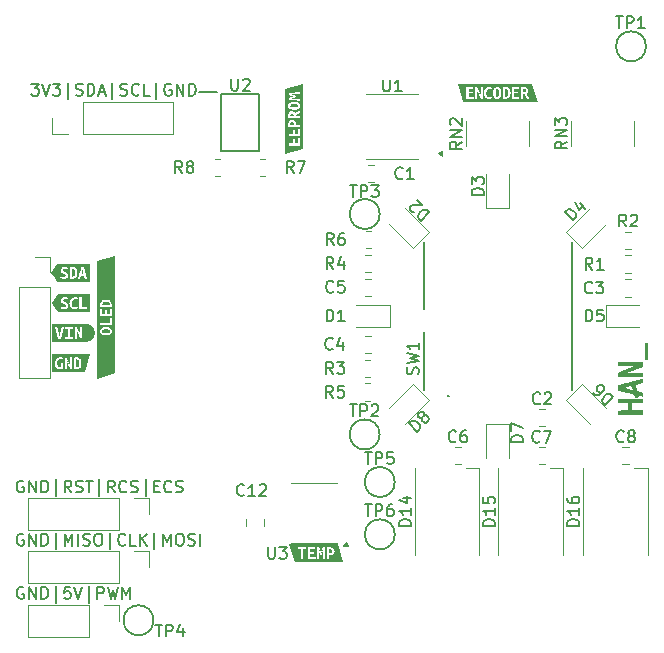
<source format=gbr>
%TF.GenerationSoftware,KiCad,Pcbnew,8.0.1*%
%TF.CreationDate,2024-05-22T13:21:10+02:00*%
%TF.ProjectId,FRDM-MCXx_Shield,4652444d-2d4d-4435-9878-5f536869656c,V2.0*%
%TF.SameCoordinates,Original*%
%TF.FileFunction,Legend,Top*%
%TF.FilePolarity,Positive*%
%FSLAX46Y46*%
G04 Gerber Fmt 4.6, Leading zero omitted, Abs format (unit mm)*
G04 Created by KiCad (PCBNEW 8.0.1) date 2024-05-22 13:21:10*
%MOMM*%
%LPD*%
G01*
G04 APERTURE LIST*
%ADD10C,0.150000*%
%ADD11C,0.000000*%
%ADD12C,0.120000*%
%ADD13C,0.200000*%
G04 APERTURE END LIST*
D10*
X128360588Y-109417438D02*
X128265350Y-109369819D01*
X128265350Y-109369819D02*
X128122493Y-109369819D01*
X128122493Y-109369819D02*
X127979636Y-109417438D01*
X127979636Y-109417438D02*
X127884398Y-109512676D01*
X127884398Y-109512676D02*
X127836779Y-109607914D01*
X127836779Y-109607914D02*
X127789160Y-109798390D01*
X127789160Y-109798390D02*
X127789160Y-109941247D01*
X127789160Y-109941247D02*
X127836779Y-110131723D01*
X127836779Y-110131723D02*
X127884398Y-110226961D01*
X127884398Y-110226961D02*
X127979636Y-110322200D01*
X127979636Y-110322200D02*
X128122493Y-110369819D01*
X128122493Y-110369819D02*
X128217731Y-110369819D01*
X128217731Y-110369819D02*
X128360588Y-110322200D01*
X128360588Y-110322200D02*
X128408207Y-110274580D01*
X128408207Y-110274580D02*
X128408207Y-109941247D01*
X128408207Y-109941247D02*
X128217731Y-109941247D01*
X128836779Y-110369819D02*
X128836779Y-109369819D01*
X128836779Y-109369819D02*
X129408207Y-110369819D01*
X129408207Y-110369819D02*
X129408207Y-109369819D01*
X129884398Y-110369819D02*
X129884398Y-109369819D01*
X129884398Y-109369819D02*
X130122493Y-109369819D01*
X130122493Y-109369819D02*
X130265350Y-109417438D01*
X130265350Y-109417438D02*
X130360588Y-109512676D01*
X130360588Y-109512676D02*
X130408207Y-109607914D01*
X130408207Y-109607914D02*
X130455826Y-109798390D01*
X130455826Y-109798390D02*
X130455826Y-109941247D01*
X130455826Y-109941247D02*
X130408207Y-110131723D01*
X130408207Y-110131723D02*
X130360588Y-110226961D01*
X130360588Y-110226961D02*
X130265350Y-110322200D01*
X130265350Y-110322200D02*
X130122493Y-110369819D01*
X130122493Y-110369819D02*
X129884398Y-110369819D01*
X131122493Y-110703152D02*
X131122493Y-109274580D01*
X131836779Y-110369819D02*
X131836779Y-109369819D01*
X131836779Y-109369819D02*
X132170112Y-110084104D01*
X132170112Y-110084104D02*
X132503445Y-109369819D01*
X132503445Y-109369819D02*
X132503445Y-110369819D01*
X132979636Y-110369819D02*
X132979636Y-109369819D01*
X133408207Y-110322200D02*
X133551064Y-110369819D01*
X133551064Y-110369819D02*
X133789159Y-110369819D01*
X133789159Y-110369819D02*
X133884397Y-110322200D01*
X133884397Y-110322200D02*
X133932016Y-110274580D01*
X133932016Y-110274580D02*
X133979635Y-110179342D01*
X133979635Y-110179342D02*
X133979635Y-110084104D01*
X133979635Y-110084104D02*
X133932016Y-109988866D01*
X133932016Y-109988866D02*
X133884397Y-109941247D01*
X133884397Y-109941247D02*
X133789159Y-109893628D01*
X133789159Y-109893628D02*
X133598683Y-109846009D01*
X133598683Y-109846009D02*
X133503445Y-109798390D01*
X133503445Y-109798390D02*
X133455826Y-109750771D01*
X133455826Y-109750771D02*
X133408207Y-109655533D01*
X133408207Y-109655533D02*
X133408207Y-109560295D01*
X133408207Y-109560295D02*
X133455826Y-109465057D01*
X133455826Y-109465057D02*
X133503445Y-109417438D01*
X133503445Y-109417438D02*
X133598683Y-109369819D01*
X133598683Y-109369819D02*
X133836778Y-109369819D01*
X133836778Y-109369819D02*
X133979635Y-109417438D01*
X134598683Y-109369819D02*
X134789159Y-109369819D01*
X134789159Y-109369819D02*
X134884397Y-109417438D01*
X134884397Y-109417438D02*
X134979635Y-109512676D01*
X134979635Y-109512676D02*
X135027254Y-109703152D01*
X135027254Y-109703152D02*
X135027254Y-110036485D01*
X135027254Y-110036485D02*
X134979635Y-110226961D01*
X134979635Y-110226961D02*
X134884397Y-110322200D01*
X134884397Y-110322200D02*
X134789159Y-110369819D01*
X134789159Y-110369819D02*
X134598683Y-110369819D01*
X134598683Y-110369819D02*
X134503445Y-110322200D01*
X134503445Y-110322200D02*
X134408207Y-110226961D01*
X134408207Y-110226961D02*
X134360588Y-110036485D01*
X134360588Y-110036485D02*
X134360588Y-109703152D01*
X134360588Y-109703152D02*
X134408207Y-109512676D01*
X134408207Y-109512676D02*
X134503445Y-109417438D01*
X134503445Y-109417438D02*
X134598683Y-109369819D01*
X135693921Y-110703152D02*
X135693921Y-109274580D01*
X136979635Y-110274580D02*
X136932016Y-110322200D01*
X136932016Y-110322200D02*
X136789159Y-110369819D01*
X136789159Y-110369819D02*
X136693921Y-110369819D01*
X136693921Y-110369819D02*
X136551064Y-110322200D01*
X136551064Y-110322200D02*
X136455826Y-110226961D01*
X136455826Y-110226961D02*
X136408207Y-110131723D01*
X136408207Y-110131723D02*
X136360588Y-109941247D01*
X136360588Y-109941247D02*
X136360588Y-109798390D01*
X136360588Y-109798390D02*
X136408207Y-109607914D01*
X136408207Y-109607914D02*
X136455826Y-109512676D01*
X136455826Y-109512676D02*
X136551064Y-109417438D01*
X136551064Y-109417438D02*
X136693921Y-109369819D01*
X136693921Y-109369819D02*
X136789159Y-109369819D01*
X136789159Y-109369819D02*
X136932016Y-109417438D01*
X136932016Y-109417438D02*
X136979635Y-109465057D01*
X137884397Y-110369819D02*
X137408207Y-110369819D01*
X137408207Y-110369819D02*
X137408207Y-109369819D01*
X138217731Y-110369819D02*
X138217731Y-109369819D01*
X138789159Y-110369819D02*
X138360588Y-109798390D01*
X138789159Y-109369819D02*
X138217731Y-109941247D01*
X139455826Y-110703152D02*
X139455826Y-109274580D01*
X140170112Y-110369819D02*
X140170112Y-109369819D01*
X140170112Y-109369819D02*
X140503445Y-110084104D01*
X140503445Y-110084104D02*
X140836778Y-109369819D01*
X140836778Y-109369819D02*
X140836778Y-110369819D01*
X141503445Y-109369819D02*
X141693921Y-109369819D01*
X141693921Y-109369819D02*
X141789159Y-109417438D01*
X141789159Y-109417438D02*
X141884397Y-109512676D01*
X141884397Y-109512676D02*
X141932016Y-109703152D01*
X141932016Y-109703152D02*
X141932016Y-110036485D01*
X141932016Y-110036485D02*
X141884397Y-110226961D01*
X141884397Y-110226961D02*
X141789159Y-110322200D01*
X141789159Y-110322200D02*
X141693921Y-110369819D01*
X141693921Y-110369819D02*
X141503445Y-110369819D01*
X141503445Y-110369819D02*
X141408207Y-110322200D01*
X141408207Y-110322200D02*
X141312969Y-110226961D01*
X141312969Y-110226961D02*
X141265350Y-110036485D01*
X141265350Y-110036485D02*
X141265350Y-109703152D01*
X141265350Y-109703152D02*
X141312969Y-109512676D01*
X141312969Y-109512676D02*
X141408207Y-109417438D01*
X141408207Y-109417438D02*
X141503445Y-109369819D01*
X142312969Y-110322200D02*
X142455826Y-110369819D01*
X142455826Y-110369819D02*
X142693921Y-110369819D01*
X142693921Y-110369819D02*
X142789159Y-110322200D01*
X142789159Y-110322200D02*
X142836778Y-110274580D01*
X142836778Y-110274580D02*
X142884397Y-110179342D01*
X142884397Y-110179342D02*
X142884397Y-110084104D01*
X142884397Y-110084104D02*
X142836778Y-109988866D01*
X142836778Y-109988866D02*
X142789159Y-109941247D01*
X142789159Y-109941247D02*
X142693921Y-109893628D01*
X142693921Y-109893628D02*
X142503445Y-109846009D01*
X142503445Y-109846009D02*
X142408207Y-109798390D01*
X142408207Y-109798390D02*
X142360588Y-109750771D01*
X142360588Y-109750771D02*
X142312969Y-109655533D01*
X142312969Y-109655533D02*
X142312969Y-109560295D01*
X142312969Y-109560295D02*
X142360588Y-109465057D01*
X142360588Y-109465057D02*
X142408207Y-109417438D01*
X142408207Y-109417438D02*
X142503445Y-109369819D01*
X142503445Y-109369819D02*
X142741540Y-109369819D01*
X142741540Y-109369819D02*
X142884397Y-109417438D01*
X143312969Y-110369819D02*
X143312969Y-109369819D01*
X128360588Y-113917438D02*
X128265350Y-113869819D01*
X128265350Y-113869819D02*
X128122493Y-113869819D01*
X128122493Y-113869819D02*
X127979636Y-113917438D01*
X127979636Y-113917438D02*
X127884398Y-114012676D01*
X127884398Y-114012676D02*
X127836779Y-114107914D01*
X127836779Y-114107914D02*
X127789160Y-114298390D01*
X127789160Y-114298390D02*
X127789160Y-114441247D01*
X127789160Y-114441247D02*
X127836779Y-114631723D01*
X127836779Y-114631723D02*
X127884398Y-114726961D01*
X127884398Y-114726961D02*
X127979636Y-114822200D01*
X127979636Y-114822200D02*
X128122493Y-114869819D01*
X128122493Y-114869819D02*
X128217731Y-114869819D01*
X128217731Y-114869819D02*
X128360588Y-114822200D01*
X128360588Y-114822200D02*
X128408207Y-114774580D01*
X128408207Y-114774580D02*
X128408207Y-114441247D01*
X128408207Y-114441247D02*
X128217731Y-114441247D01*
X128836779Y-114869819D02*
X128836779Y-113869819D01*
X128836779Y-113869819D02*
X129408207Y-114869819D01*
X129408207Y-114869819D02*
X129408207Y-113869819D01*
X129884398Y-114869819D02*
X129884398Y-113869819D01*
X129884398Y-113869819D02*
X130122493Y-113869819D01*
X130122493Y-113869819D02*
X130265350Y-113917438D01*
X130265350Y-113917438D02*
X130360588Y-114012676D01*
X130360588Y-114012676D02*
X130408207Y-114107914D01*
X130408207Y-114107914D02*
X130455826Y-114298390D01*
X130455826Y-114298390D02*
X130455826Y-114441247D01*
X130455826Y-114441247D02*
X130408207Y-114631723D01*
X130408207Y-114631723D02*
X130360588Y-114726961D01*
X130360588Y-114726961D02*
X130265350Y-114822200D01*
X130265350Y-114822200D02*
X130122493Y-114869819D01*
X130122493Y-114869819D02*
X129884398Y-114869819D01*
X131122493Y-115203152D02*
X131122493Y-113774580D01*
X132312969Y-113869819D02*
X131836779Y-113869819D01*
X131836779Y-113869819D02*
X131789160Y-114346009D01*
X131789160Y-114346009D02*
X131836779Y-114298390D01*
X131836779Y-114298390D02*
X131932017Y-114250771D01*
X131932017Y-114250771D02*
X132170112Y-114250771D01*
X132170112Y-114250771D02*
X132265350Y-114298390D01*
X132265350Y-114298390D02*
X132312969Y-114346009D01*
X132312969Y-114346009D02*
X132360588Y-114441247D01*
X132360588Y-114441247D02*
X132360588Y-114679342D01*
X132360588Y-114679342D02*
X132312969Y-114774580D01*
X132312969Y-114774580D02*
X132265350Y-114822200D01*
X132265350Y-114822200D02*
X132170112Y-114869819D01*
X132170112Y-114869819D02*
X131932017Y-114869819D01*
X131932017Y-114869819D02*
X131836779Y-114822200D01*
X131836779Y-114822200D02*
X131789160Y-114774580D01*
X132646303Y-113869819D02*
X132979636Y-114869819D01*
X132979636Y-114869819D02*
X133312969Y-113869819D01*
X133884398Y-115203152D02*
X133884398Y-113774580D01*
X134598684Y-114869819D02*
X134598684Y-113869819D01*
X134598684Y-113869819D02*
X134979636Y-113869819D01*
X134979636Y-113869819D02*
X135074874Y-113917438D01*
X135074874Y-113917438D02*
X135122493Y-113965057D01*
X135122493Y-113965057D02*
X135170112Y-114060295D01*
X135170112Y-114060295D02*
X135170112Y-114203152D01*
X135170112Y-114203152D02*
X135122493Y-114298390D01*
X135122493Y-114298390D02*
X135074874Y-114346009D01*
X135074874Y-114346009D02*
X134979636Y-114393628D01*
X134979636Y-114393628D02*
X134598684Y-114393628D01*
X135503446Y-113869819D02*
X135741541Y-114869819D01*
X135741541Y-114869819D02*
X135932017Y-114155533D01*
X135932017Y-114155533D02*
X136122493Y-114869819D01*
X136122493Y-114869819D02*
X136360589Y-113869819D01*
X136741541Y-114869819D02*
X136741541Y-113869819D01*
X136741541Y-113869819D02*
X137074874Y-114584104D01*
X137074874Y-114584104D02*
X137408207Y-113869819D01*
X137408207Y-113869819D02*
X137408207Y-114869819D01*
X128360588Y-104917438D02*
X128265350Y-104869819D01*
X128265350Y-104869819D02*
X128122493Y-104869819D01*
X128122493Y-104869819D02*
X127979636Y-104917438D01*
X127979636Y-104917438D02*
X127884398Y-105012676D01*
X127884398Y-105012676D02*
X127836779Y-105107914D01*
X127836779Y-105107914D02*
X127789160Y-105298390D01*
X127789160Y-105298390D02*
X127789160Y-105441247D01*
X127789160Y-105441247D02*
X127836779Y-105631723D01*
X127836779Y-105631723D02*
X127884398Y-105726961D01*
X127884398Y-105726961D02*
X127979636Y-105822200D01*
X127979636Y-105822200D02*
X128122493Y-105869819D01*
X128122493Y-105869819D02*
X128217731Y-105869819D01*
X128217731Y-105869819D02*
X128360588Y-105822200D01*
X128360588Y-105822200D02*
X128408207Y-105774580D01*
X128408207Y-105774580D02*
X128408207Y-105441247D01*
X128408207Y-105441247D02*
X128217731Y-105441247D01*
X128836779Y-105869819D02*
X128836779Y-104869819D01*
X128836779Y-104869819D02*
X129408207Y-105869819D01*
X129408207Y-105869819D02*
X129408207Y-104869819D01*
X129884398Y-105869819D02*
X129884398Y-104869819D01*
X129884398Y-104869819D02*
X130122493Y-104869819D01*
X130122493Y-104869819D02*
X130265350Y-104917438D01*
X130265350Y-104917438D02*
X130360588Y-105012676D01*
X130360588Y-105012676D02*
X130408207Y-105107914D01*
X130408207Y-105107914D02*
X130455826Y-105298390D01*
X130455826Y-105298390D02*
X130455826Y-105441247D01*
X130455826Y-105441247D02*
X130408207Y-105631723D01*
X130408207Y-105631723D02*
X130360588Y-105726961D01*
X130360588Y-105726961D02*
X130265350Y-105822200D01*
X130265350Y-105822200D02*
X130122493Y-105869819D01*
X130122493Y-105869819D02*
X129884398Y-105869819D01*
X131122493Y-106203152D02*
X131122493Y-104774580D01*
X132408207Y-105869819D02*
X132074874Y-105393628D01*
X131836779Y-105869819D02*
X131836779Y-104869819D01*
X131836779Y-104869819D02*
X132217731Y-104869819D01*
X132217731Y-104869819D02*
X132312969Y-104917438D01*
X132312969Y-104917438D02*
X132360588Y-104965057D01*
X132360588Y-104965057D02*
X132408207Y-105060295D01*
X132408207Y-105060295D02*
X132408207Y-105203152D01*
X132408207Y-105203152D02*
X132360588Y-105298390D01*
X132360588Y-105298390D02*
X132312969Y-105346009D01*
X132312969Y-105346009D02*
X132217731Y-105393628D01*
X132217731Y-105393628D02*
X131836779Y-105393628D01*
X132789160Y-105822200D02*
X132932017Y-105869819D01*
X132932017Y-105869819D02*
X133170112Y-105869819D01*
X133170112Y-105869819D02*
X133265350Y-105822200D01*
X133265350Y-105822200D02*
X133312969Y-105774580D01*
X133312969Y-105774580D02*
X133360588Y-105679342D01*
X133360588Y-105679342D02*
X133360588Y-105584104D01*
X133360588Y-105584104D02*
X133312969Y-105488866D01*
X133312969Y-105488866D02*
X133265350Y-105441247D01*
X133265350Y-105441247D02*
X133170112Y-105393628D01*
X133170112Y-105393628D02*
X132979636Y-105346009D01*
X132979636Y-105346009D02*
X132884398Y-105298390D01*
X132884398Y-105298390D02*
X132836779Y-105250771D01*
X132836779Y-105250771D02*
X132789160Y-105155533D01*
X132789160Y-105155533D02*
X132789160Y-105060295D01*
X132789160Y-105060295D02*
X132836779Y-104965057D01*
X132836779Y-104965057D02*
X132884398Y-104917438D01*
X132884398Y-104917438D02*
X132979636Y-104869819D01*
X132979636Y-104869819D02*
X133217731Y-104869819D01*
X133217731Y-104869819D02*
X133360588Y-104917438D01*
X133646303Y-104869819D02*
X134217731Y-104869819D01*
X133932017Y-105869819D02*
X133932017Y-104869819D01*
X134789160Y-106203152D02*
X134789160Y-104774580D01*
X136074874Y-105869819D02*
X135741541Y-105393628D01*
X135503446Y-105869819D02*
X135503446Y-104869819D01*
X135503446Y-104869819D02*
X135884398Y-104869819D01*
X135884398Y-104869819D02*
X135979636Y-104917438D01*
X135979636Y-104917438D02*
X136027255Y-104965057D01*
X136027255Y-104965057D02*
X136074874Y-105060295D01*
X136074874Y-105060295D02*
X136074874Y-105203152D01*
X136074874Y-105203152D02*
X136027255Y-105298390D01*
X136027255Y-105298390D02*
X135979636Y-105346009D01*
X135979636Y-105346009D02*
X135884398Y-105393628D01*
X135884398Y-105393628D02*
X135503446Y-105393628D01*
X137074874Y-105774580D02*
X137027255Y-105822200D01*
X137027255Y-105822200D02*
X136884398Y-105869819D01*
X136884398Y-105869819D02*
X136789160Y-105869819D01*
X136789160Y-105869819D02*
X136646303Y-105822200D01*
X136646303Y-105822200D02*
X136551065Y-105726961D01*
X136551065Y-105726961D02*
X136503446Y-105631723D01*
X136503446Y-105631723D02*
X136455827Y-105441247D01*
X136455827Y-105441247D02*
X136455827Y-105298390D01*
X136455827Y-105298390D02*
X136503446Y-105107914D01*
X136503446Y-105107914D02*
X136551065Y-105012676D01*
X136551065Y-105012676D02*
X136646303Y-104917438D01*
X136646303Y-104917438D02*
X136789160Y-104869819D01*
X136789160Y-104869819D02*
X136884398Y-104869819D01*
X136884398Y-104869819D02*
X137027255Y-104917438D01*
X137027255Y-104917438D02*
X137074874Y-104965057D01*
X137455827Y-105822200D02*
X137598684Y-105869819D01*
X137598684Y-105869819D02*
X137836779Y-105869819D01*
X137836779Y-105869819D02*
X137932017Y-105822200D01*
X137932017Y-105822200D02*
X137979636Y-105774580D01*
X137979636Y-105774580D02*
X138027255Y-105679342D01*
X138027255Y-105679342D02*
X138027255Y-105584104D01*
X138027255Y-105584104D02*
X137979636Y-105488866D01*
X137979636Y-105488866D02*
X137932017Y-105441247D01*
X137932017Y-105441247D02*
X137836779Y-105393628D01*
X137836779Y-105393628D02*
X137646303Y-105346009D01*
X137646303Y-105346009D02*
X137551065Y-105298390D01*
X137551065Y-105298390D02*
X137503446Y-105250771D01*
X137503446Y-105250771D02*
X137455827Y-105155533D01*
X137455827Y-105155533D02*
X137455827Y-105060295D01*
X137455827Y-105060295D02*
X137503446Y-104965057D01*
X137503446Y-104965057D02*
X137551065Y-104917438D01*
X137551065Y-104917438D02*
X137646303Y-104869819D01*
X137646303Y-104869819D02*
X137884398Y-104869819D01*
X137884398Y-104869819D02*
X138027255Y-104917438D01*
X138693922Y-106203152D02*
X138693922Y-104774580D01*
X139408208Y-105346009D02*
X139741541Y-105346009D01*
X139884398Y-105869819D02*
X139408208Y-105869819D01*
X139408208Y-105869819D02*
X139408208Y-104869819D01*
X139408208Y-104869819D02*
X139884398Y-104869819D01*
X140884398Y-105774580D02*
X140836779Y-105822200D01*
X140836779Y-105822200D02*
X140693922Y-105869819D01*
X140693922Y-105869819D02*
X140598684Y-105869819D01*
X140598684Y-105869819D02*
X140455827Y-105822200D01*
X140455827Y-105822200D02*
X140360589Y-105726961D01*
X140360589Y-105726961D02*
X140312970Y-105631723D01*
X140312970Y-105631723D02*
X140265351Y-105441247D01*
X140265351Y-105441247D02*
X140265351Y-105298390D01*
X140265351Y-105298390D02*
X140312970Y-105107914D01*
X140312970Y-105107914D02*
X140360589Y-105012676D01*
X140360589Y-105012676D02*
X140455827Y-104917438D01*
X140455827Y-104917438D02*
X140598684Y-104869819D01*
X140598684Y-104869819D02*
X140693922Y-104869819D01*
X140693922Y-104869819D02*
X140836779Y-104917438D01*
X140836779Y-104917438D02*
X140884398Y-104965057D01*
X141265351Y-105822200D02*
X141408208Y-105869819D01*
X141408208Y-105869819D02*
X141646303Y-105869819D01*
X141646303Y-105869819D02*
X141741541Y-105822200D01*
X141741541Y-105822200D02*
X141789160Y-105774580D01*
X141789160Y-105774580D02*
X141836779Y-105679342D01*
X141836779Y-105679342D02*
X141836779Y-105584104D01*
X141836779Y-105584104D02*
X141789160Y-105488866D01*
X141789160Y-105488866D02*
X141741541Y-105441247D01*
X141741541Y-105441247D02*
X141646303Y-105393628D01*
X141646303Y-105393628D02*
X141455827Y-105346009D01*
X141455827Y-105346009D02*
X141360589Y-105298390D01*
X141360589Y-105298390D02*
X141312970Y-105250771D01*
X141312970Y-105250771D02*
X141265351Y-105155533D01*
X141265351Y-105155533D02*
X141265351Y-105060295D01*
X141265351Y-105060295D02*
X141312970Y-104965057D01*
X141312970Y-104965057D02*
X141360589Y-104917438D01*
X141360589Y-104917438D02*
X141455827Y-104869819D01*
X141455827Y-104869819D02*
X141693922Y-104869819D01*
X141693922Y-104869819D02*
X141836779Y-104917438D01*
X129041541Y-71269819D02*
X129660588Y-71269819D01*
X129660588Y-71269819D02*
X129327255Y-71650771D01*
X129327255Y-71650771D02*
X129470112Y-71650771D01*
X129470112Y-71650771D02*
X129565350Y-71698390D01*
X129565350Y-71698390D02*
X129612969Y-71746009D01*
X129612969Y-71746009D02*
X129660588Y-71841247D01*
X129660588Y-71841247D02*
X129660588Y-72079342D01*
X129660588Y-72079342D02*
X129612969Y-72174580D01*
X129612969Y-72174580D02*
X129565350Y-72222200D01*
X129565350Y-72222200D02*
X129470112Y-72269819D01*
X129470112Y-72269819D02*
X129184398Y-72269819D01*
X129184398Y-72269819D02*
X129089160Y-72222200D01*
X129089160Y-72222200D02*
X129041541Y-72174580D01*
X129946303Y-71269819D02*
X130279636Y-72269819D01*
X130279636Y-72269819D02*
X130612969Y-71269819D01*
X130851065Y-71269819D02*
X131470112Y-71269819D01*
X131470112Y-71269819D02*
X131136779Y-71650771D01*
X131136779Y-71650771D02*
X131279636Y-71650771D01*
X131279636Y-71650771D02*
X131374874Y-71698390D01*
X131374874Y-71698390D02*
X131422493Y-71746009D01*
X131422493Y-71746009D02*
X131470112Y-71841247D01*
X131470112Y-71841247D02*
X131470112Y-72079342D01*
X131470112Y-72079342D02*
X131422493Y-72174580D01*
X131422493Y-72174580D02*
X131374874Y-72222200D01*
X131374874Y-72222200D02*
X131279636Y-72269819D01*
X131279636Y-72269819D02*
X130993922Y-72269819D01*
X130993922Y-72269819D02*
X130898684Y-72222200D01*
X130898684Y-72222200D02*
X130851065Y-72174580D01*
X132136779Y-72603152D02*
X132136779Y-71174580D01*
X132803446Y-72222200D02*
X132946303Y-72269819D01*
X132946303Y-72269819D02*
X133184398Y-72269819D01*
X133184398Y-72269819D02*
X133279636Y-72222200D01*
X133279636Y-72222200D02*
X133327255Y-72174580D01*
X133327255Y-72174580D02*
X133374874Y-72079342D01*
X133374874Y-72079342D02*
X133374874Y-71984104D01*
X133374874Y-71984104D02*
X133327255Y-71888866D01*
X133327255Y-71888866D02*
X133279636Y-71841247D01*
X133279636Y-71841247D02*
X133184398Y-71793628D01*
X133184398Y-71793628D02*
X132993922Y-71746009D01*
X132993922Y-71746009D02*
X132898684Y-71698390D01*
X132898684Y-71698390D02*
X132851065Y-71650771D01*
X132851065Y-71650771D02*
X132803446Y-71555533D01*
X132803446Y-71555533D02*
X132803446Y-71460295D01*
X132803446Y-71460295D02*
X132851065Y-71365057D01*
X132851065Y-71365057D02*
X132898684Y-71317438D01*
X132898684Y-71317438D02*
X132993922Y-71269819D01*
X132993922Y-71269819D02*
X133232017Y-71269819D01*
X133232017Y-71269819D02*
X133374874Y-71317438D01*
X133803446Y-72269819D02*
X133803446Y-71269819D01*
X133803446Y-71269819D02*
X134041541Y-71269819D01*
X134041541Y-71269819D02*
X134184398Y-71317438D01*
X134184398Y-71317438D02*
X134279636Y-71412676D01*
X134279636Y-71412676D02*
X134327255Y-71507914D01*
X134327255Y-71507914D02*
X134374874Y-71698390D01*
X134374874Y-71698390D02*
X134374874Y-71841247D01*
X134374874Y-71841247D02*
X134327255Y-72031723D01*
X134327255Y-72031723D02*
X134279636Y-72126961D01*
X134279636Y-72126961D02*
X134184398Y-72222200D01*
X134184398Y-72222200D02*
X134041541Y-72269819D01*
X134041541Y-72269819D02*
X133803446Y-72269819D01*
X134755827Y-71984104D02*
X135232017Y-71984104D01*
X134660589Y-72269819D02*
X134993922Y-71269819D01*
X134993922Y-71269819D02*
X135327255Y-72269819D01*
X135898684Y-72603152D02*
X135898684Y-71174580D01*
X136565351Y-72222200D02*
X136708208Y-72269819D01*
X136708208Y-72269819D02*
X136946303Y-72269819D01*
X136946303Y-72269819D02*
X137041541Y-72222200D01*
X137041541Y-72222200D02*
X137089160Y-72174580D01*
X137089160Y-72174580D02*
X137136779Y-72079342D01*
X137136779Y-72079342D02*
X137136779Y-71984104D01*
X137136779Y-71984104D02*
X137089160Y-71888866D01*
X137089160Y-71888866D02*
X137041541Y-71841247D01*
X137041541Y-71841247D02*
X136946303Y-71793628D01*
X136946303Y-71793628D02*
X136755827Y-71746009D01*
X136755827Y-71746009D02*
X136660589Y-71698390D01*
X136660589Y-71698390D02*
X136612970Y-71650771D01*
X136612970Y-71650771D02*
X136565351Y-71555533D01*
X136565351Y-71555533D02*
X136565351Y-71460295D01*
X136565351Y-71460295D02*
X136612970Y-71365057D01*
X136612970Y-71365057D02*
X136660589Y-71317438D01*
X136660589Y-71317438D02*
X136755827Y-71269819D01*
X136755827Y-71269819D02*
X136993922Y-71269819D01*
X136993922Y-71269819D02*
X137136779Y-71317438D01*
X138136779Y-72174580D02*
X138089160Y-72222200D01*
X138089160Y-72222200D02*
X137946303Y-72269819D01*
X137946303Y-72269819D02*
X137851065Y-72269819D01*
X137851065Y-72269819D02*
X137708208Y-72222200D01*
X137708208Y-72222200D02*
X137612970Y-72126961D01*
X137612970Y-72126961D02*
X137565351Y-72031723D01*
X137565351Y-72031723D02*
X137517732Y-71841247D01*
X137517732Y-71841247D02*
X137517732Y-71698390D01*
X137517732Y-71698390D02*
X137565351Y-71507914D01*
X137565351Y-71507914D02*
X137612970Y-71412676D01*
X137612970Y-71412676D02*
X137708208Y-71317438D01*
X137708208Y-71317438D02*
X137851065Y-71269819D01*
X137851065Y-71269819D02*
X137946303Y-71269819D01*
X137946303Y-71269819D02*
X138089160Y-71317438D01*
X138089160Y-71317438D02*
X138136779Y-71365057D01*
X139041541Y-72269819D02*
X138565351Y-72269819D01*
X138565351Y-72269819D02*
X138565351Y-71269819D01*
X139612970Y-72603152D02*
X139612970Y-71174580D01*
X140851065Y-71317438D02*
X140755827Y-71269819D01*
X140755827Y-71269819D02*
X140612970Y-71269819D01*
X140612970Y-71269819D02*
X140470113Y-71317438D01*
X140470113Y-71317438D02*
X140374875Y-71412676D01*
X140374875Y-71412676D02*
X140327256Y-71507914D01*
X140327256Y-71507914D02*
X140279637Y-71698390D01*
X140279637Y-71698390D02*
X140279637Y-71841247D01*
X140279637Y-71841247D02*
X140327256Y-72031723D01*
X140327256Y-72031723D02*
X140374875Y-72126961D01*
X140374875Y-72126961D02*
X140470113Y-72222200D01*
X140470113Y-72222200D02*
X140612970Y-72269819D01*
X140612970Y-72269819D02*
X140708208Y-72269819D01*
X140708208Y-72269819D02*
X140851065Y-72222200D01*
X140851065Y-72222200D02*
X140898684Y-72174580D01*
X140898684Y-72174580D02*
X140898684Y-71841247D01*
X140898684Y-71841247D02*
X140708208Y-71841247D01*
X141327256Y-72269819D02*
X141327256Y-71269819D01*
X141327256Y-71269819D02*
X141898684Y-72269819D01*
X141898684Y-72269819D02*
X141898684Y-71269819D01*
X142374875Y-72269819D02*
X142374875Y-71269819D01*
X142374875Y-71269819D02*
X142612970Y-71269819D01*
X142612970Y-71269819D02*
X142755827Y-71317438D01*
X142755827Y-71317438D02*
X142851065Y-71412676D01*
X142851065Y-71412676D02*
X142898684Y-71507914D01*
X142898684Y-71507914D02*
X142946303Y-71698390D01*
X142946303Y-71698390D02*
X142946303Y-71841247D01*
X142946303Y-71841247D02*
X142898684Y-72031723D01*
X142898684Y-72031723D02*
X142851065Y-72126961D01*
X142851065Y-72126961D02*
X142755827Y-72222200D01*
X142755827Y-72222200D02*
X142612970Y-72269819D01*
X142612970Y-72269819D02*
X142374875Y-72269819D01*
X162733517Y-82170306D02*
X162026410Y-82877412D01*
X162026410Y-82877412D02*
X161858051Y-82709054D01*
X161858051Y-82709054D02*
X161790708Y-82574367D01*
X161790708Y-82574367D02*
X161790708Y-82439680D01*
X161790708Y-82439680D02*
X161824380Y-82338664D01*
X161824380Y-82338664D02*
X161925395Y-82170306D01*
X161925395Y-82170306D02*
X162026410Y-82069290D01*
X162026410Y-82069290D02*
X162194769Y-81968275D01*
X162194769Y-81968275D02*
X162295784Y-81934603D01*
X162295784Y-81934603D02*
X162430471Y-81934603D01*
X162430471Y-81934603D02*
X162565158Y-82001947D01*
X162565158Y-82001947D02*
X162733517Y-82170306D01*
X161420319Y-82136634D02*
X161352975Y-82136634D01*
X161352975Y-82136634D02*
X161251960Y-82102962D01*
X161251960Y-82102962D02*
X161083601Y-81934603D01*
X161083601Y-81934603D02*
X161049929Y-81833588D01*
X161049929Y-81833588D02*
X161049929Y-81766245D01*
X161049929Y-81766245D02*
X161083601Y-81665229D01*
X161083601Y-81665229D02*
X161150945Y-81597886D01*
X161150945Y-81597886D02*
X161285632Y-81530542D01*
X161285632Y-81530542D02*
X162093754Y-81530542D01*
X162093754Y-81530542D02*
X161656021Y-81092810D01*
X161174819Y-108694285D02*
X160174819Y-108694285D01*
X160174819Y-108694285D02*
X160174819Y-108456190D01*
X160174819Y-108456190D02*
X160222438Y-108313333D01*
X160222438Y-108313333D02*
X160317676Y-108218095D01*
X160317676Y-108218095D02*
X160412914Y-108170476D01*
X160412914Y-108170476D02*
X160603390Y-108122857D01*
X160603390Y-108122857D02*
X160746247Y-108122857D01*
X160746247Y-108122857D02*
X160936723Y-108170476D01*
X160936723Y-108170476D02*
X161031961Y-108218095D01*
X161031961Y-108218095D02*
X161127200Y-108313333D01*
X161127200Y-108313333D02*
X161174819Y-108456190D01*
X161174819Y-108456190D02*
X161174819Y-108694285D01*
X161174819Y-107170476D02*
X161174819Y-107741904D01*
X161174819Y-107456190D02*
X160174819Y-107456190D01*
X160174819Y-107456190D02*
X160317676Y-107551428D01*
X160317676Y-107551428D02*
X160412914Y-107646666D01*
X160412914Y-107646666D02*
X160460533Y-107741904D01*
X160508152Y-106313333D02*
X161174819Y-106313333D01*
X160127200Y-106551428D02*
X160841485Y-106789523D01*
X160841485Y-106789523D02*
X160841485Y-106170476D01*
X175404819Y-108694285D02*
X174404819Y-108694285D01*
X174404819Y-108694285D02*
X174404819Y-108456190D01*
X174404819Y-108456190D02*
X174452438Y-108313333D01*
X174452438Y-108313333D02*
X174547676Y-108218095D01*
X174547676Y-108218095D02*
X174642914Y-108170476D01*
X174642914Y-108170476D02*
X174833390Y-108122857D01*
X174833390Y-108122857D02*
X174976247Y-108122857D01*
X174976247Y-108122857D02*
X175166723Y-108170476D01*
X175166723Y-108170476D02*
X175261961Y-108218095D01*
X175261961Y-108218095D02*
X175357200Y-108313333D01*
X175357200Y-108313333D02*
X175404819Y-108456190D01*
X175404819Y-108456190D02*
X175404819Y-108694285D01*
X175404819Y-107170476D02*
X175404819Y-107741904D01*
X175404819Y-107456190D02*
X174404819Y-107456190D01*
X174404819Y-107456190D02*
X174547676Y-107551428D01*
X174547676Y-107551428D02*
X174642914Y-107646666D01*
X174642914Y-107646666D02*
X174690533Y-107741904D01*
X174404819Y-106313333D02*
X174404819Y-106503809D01*
X174404819Y-106503809D02*
X174452438Y-106599047D01*
X174452438Y-106599047D02*
X174500057Y-106646666D01*
X174500057Y-106646666D02*
X174642914Y-106741904D01*
X174642914Y-106741904D02*
X174833390Y-106789523D01*
X174833390Y-106789523D02*
X175214342Y-106789523D01*
X175214342Y-106789523D02*
X175309580Y-106741904D01*
X175309580Y-106741904D02*
X175357200Y-106694285D01*
X175357200Y-106694285D02*
X175404819Y-106599047D01*
X175404819Y-106599047D02*
X175404819Y-106408571D01*
X175404819Y-106408571D02*
X175357200Y-106313333D01*
X175357200Y-106313333D02*
X175309580Y-106265714D01*
X175309580Y-106265714D02*
X175214342Y-106218095D01*
X175214342Y-106218095D02*
X174976247Y-106218095D01*
X174976247Y-106218095D02*
X174881009Y-106265714D01*
X174881009Y-106265714D02*
X174833390Y-106313333D01*
X174833390Y-106313333D02*
X174785771Y-106408571D01*
X174785771Y-106408571D02*
X174785771Y-106599047D01*
X174785771Y-106599047D02*
X174833390Y-106694285D01*
X174833390Y-106694285D02*
X174881009Y-106741904D01*
X174881009Y-106741904D02*
X174976247Y-106789523D01*
X174921140Y-82843618D02*
X174214034Y-82136511D01*
X174214034Y-82136511D02*
X174382392Y-81968152D01*
X174382392Y-81968152D02*
X174517079Y-81900809D01*
X174517079Y-81900809D02*
X174651766Y-81900809D01*
X174651766Y-81900809D02*
X174752782Y-81934481D01*
X174752782Y-81934481D02*
X174921140Y-82035496D01*
X174921140Y-82035496D02*
X175022156Y-82136511D01*
X175022156Y-82136511D02*
X175123171Y-82304870D01*
X175123171Y-82304870D02*
X175156843Y-82405885D01*
X175156843Y-82405885D02*
X175156843Y-82540572D01*
X175156843Y-82540572D02*
X175089499Y-82675259D01*
X175089499Y-82675259D02*
X174921140Y-82843618D01*
X175459888Y-81362061D02*
X175931293Y-81833465D01*
X175022156Y-81261046D02*
X175358873Y-81934481D01*
X175358873Y-81934481D02*
X175796606Y-81496748D01*
X172063333Y-101549580D02*
X172015714Y-101597200D01*
X172015714Y-101597200D02*
X171872857Y-101644819D01*
X171872857Y-101644819D02*
X171777619Y-101644819D01*
X171777619Y-101644819D02*
X171634762Y-101597200D01*
X171634762Y-101597200D02*
X171539524Y-101501961D01*
X171539524Y-101501961D02*
X171491905Y-101406723D01*
X171491905Y-101406723D02*
X171444286Y-101216247D01*
X171444286Y-101216247D02*
X171444286Y-101073390D01*
X171444286Y-101073390D02*
X171491905Y-100882914D01*
X171491905Y-100882914D02*
X171539524Y-100787676D01*
X171539524Y-100787676D02*
X171634762Y-100692438D01*
X171634762Y-100692438D02*
X171777619Y-100644819D01*
X171777619Y-100644819D02*
X171872857Y-100644819D01*
X171872857Y-100644819D02*
X172015714Y-100692438D01*
X172015714Y-100692438D02*
X172063333Y-100740057D01*
X172396667Y-100644819D02*
X173063333Y-100644819D01*
X173063333Y-100644819D02*
X172634762Y-101644819D01*
X154603333Y-86934819D02*
X154270000Y-86458628D01*
X154031905Y-86934819D02*
X154031905Y-85934819D01*
X154031905Y-85934819D02*
X154412857Y-85934819D01*
X154412857Y-85934819D02*
X154508095Y-85982438D01*
X154508095Y-85982438D02*
X154555714Y-86030057D01*
X154555714Y-86030057D02*
X154603333Y-86125295D01*
X154603333Y-86125295D02*
X154603333Y-86268152D01*
X154603333Y-86268152D02*
X154555714Y-86363390D01*
X154555714Y-86363390D02*
X154508095Y-86411009D01*
X154508095Y-86411009D02*
X154412857Y-86458628D01*
X154412857Y-86458628D02*
X154031905Y-86458628D01*
X155460476Y-86268152D02*
X155460476Y-86934819D01*
X155222381Y-85887200D02*
X154984286Y-86601485D01*
X154984286Y-86601485D02*
X155603333Y-86601485D01*
X176513333Y-88929580D02*
X176465714Y-88977200D01*
X176465714Y-88977200D02*
X176322857Y-89024819D01*
X176322857Y-89024819D02*
X176227619Y-89024819D01*
X176227619Y-89024819D02*
X176084762Y-88977200D01*
X176084762Y-88977200D02*
X175989524Y-88881961D01*
X175989524Y-88881961D02*
X175941905Y-88786723D01*
X175941905Y-88786723D02*
X175894286Y-88596247D01*
X175894286Y-88596247D02*
X175894286Y-88453390D01*
X175894286Y-88453390D02*
X175941905Y-88262914D01*
X175941905Y-88262914D02*
X175989524Y-88167676D01*
X175989524Y-88167676D02*
X176084762Y-88072438D01*
X176084762Y-88072438D02*
X176227619Y-88024819D01*
X176227619Y-88024819D02*
X176322857Y-88024819D01*
X176322857Y-88024819D02*
X176465714Y-88072438D01*
X176465714Y-88072438D02*
X176513333Y-88120057D01*
X176846667Y-88024819D02*
X177465714Y-88024819D01*
X177465714Y-88024819D02*
X177132381Y-88405771D01*
X177132381Y-88405771D02*
X177275238Y-88405771D01*
X177275238Y-88405771D02*
X177370476Y-88453390D01*
X177370476Y-88453390D02*
X177418095Y-88501009D01*
X177418095Y-88501009D02*
X177465714Y-88596247D01*
X177465714Y-88596247D02*
X177465714Y-88834342D01*
X177465714Y-88834342D02*
X177418095Y-88929580D01*
X177418095Y-88929580D02*
X177370476Y-88977200D01*
X177370476Y-88977200D02*
X177275238Y-89024819D01*
X177275238Y-89024819D02*
X176989524Y-89024819D01*
X176989524Y-89024819D02*
X176894286Y-88977200D01*
X176894286Y-88977200D02*
X176846667Y-88929580D01*
X157268095Y-102454819D02*
X157839523Y-102454819D01*
X157553809Y-103454819D02*
X157553809Y-102454819D01*
X158172857Y-103454819D02*
X158172857Y-102454819D01*
X158172857Y-102454819D02*
X158553809Y-102454819D01*
X158553809Y-102454819D02*
X158649047Y-102502438D01*
X158649047Y-102502438D02*
X158696666Y-102550057D01*
X158696666Y-102550057D02*
X158744285Y-102645295D01*
X158744285Y-102645295D02*
X158744285Y-102788152D01*
X158744285Y-102788152D02*
X158696666Y-102883390D01*
X158696666Y-102883390D02*
X158649047Y-102931009D01*
X158649047Y-102931009D02*
X158553809Y-102978628D01*
X158553809Y-102978628D02*
X158172857Y-102978628D01*
X159649047Y-102454819D02*
X159172857Y-102454819D01*
X159172857Y-102454819D02*
X159125238Y-102931009D01*
X159125238Y-102931009D02*
X159172857Y-102883390D01*
X159172857Y-102883390D02*
X159268095Y-102835771D01*
X159268095Y-102835771D02*
X159506190Y-102835771D01*
X159506190Y-102835771D02*
X159601428Y-102883390D01*
X159601428Y-102883390D02*
X159649047Y-102931009D01*
X159649047Y-102931009D02*
X159696666Y-103026247D01*
X159696666Y-103026247D02*
X159696666Y-103264342D01*
X159696666Y-103264342D02*
X159649047Y-103359580D01*
X159649047Y-103359580D02*
X159601428Y-103407200D01*
X159601428Y-103407200D02*
X159506190Y-103454819D01*
X159506190Y-103454819D02*
X159268095Y-103454819D01*
X159268095Y-103454819D02*
X159172857Y-103407200D01*
X159172857Y-103407200D02*
X159125238Y-103359580D01*
X175951905Y-91394819D02*
X175951905Y-90394819D01*
X175951905Y-90394819D02*
X176190000Y-90394819D01*
X176190000Y-90394819D02*
X176332857Y-90442438D01*
X176332857Y-90442438D02*
X176428095Y-90537676D01*
X176428095Y-90537676D02*
X176475714Y-90632914D01*
X176475714Y-90632914D02*
X176523333Y-90823390D01*
X176523333Y-90823390D02*
X176523333Y-90966247D01*
X176523333Y-90966247D02*
X176475714Y-91156723D01*
X176475714Y-91156723D02*
X176428095Y-91251961D01*
X176428095Y-91251961D02*
X176332857Y-91347200D01*
X176332857Y-91347200D02*
X176190000Y-91394819D01*
X176190000Y-91394819D02*
X175951905Y-91394819D01*
X177428095Y-90394819D02*
X176951905Y-90394819D01*
X176951905Y-90394819D02*
X176904286Y-90871009D01*
X176904286Y-90871009D02*
X176951905Y-90823390D01*
X176951905Y-90823390D02*
X177047143Y-90775771D01*
X177047143Y-90775771D02*
X177285238Y-90775771D01*
X177285238Y-90775771D02*
X177380476Y-90823390D01*
X177380476Y-90823390D02*
X177428095Y-90871009D01*
X177428095Y-90871009D02*
X177475714Y-90966247D01*
X177475714Y-90966247D02*
X177475714Y-91204342D01*
X177475714Y-91204342D02*
X177428095Y-91299580D01*
X177428095Y-91299580D02*
X177380476Y-91347200D01*
X177380476Y-91347200D02*
X177285238Y-91394819D01*
X177285238Y-91394819D02*
X177047143Y-91394819D01*
X177047143Y-91394819D02*
X176951905Y-91347200D01*
X176951905Y-91347200D02*
X176904286Y-91299580D01*
X155988095Y-98424819D02*
X156559523Y-98424819D01*
X156273809Y-99424819D02*
X156273809Y-98424819D01*
X156892857Y-99424819D02*
X156892857Y-98424819D01*
X156892857Y-98424819D02*
X157273809Y-98424819D01*
X157273809Y-98424819D02*
X157369047Y-98472438D01*
X157369047Y-98472438D02*
X157416666Y-98520057D01*
X157416666Y-98520057D02*
X157464285Y-98615295D01*
X157464285Y-98615295D02*
X157464285Y-98758152D01*
X157464285Y-98758152D02*
X157416666Y-98853390D01*
X157416666Y-98853390D02*
X157369047Y-98901009D01*
X157369047Y-98901009D02*
X157273809Y-98948628D01*
X157273809Y-98948628D02*
X156892857Y-98948628D01*
X157845238Y-98520057D02*
X157892857Y-98472438D01*
X157892857Y-98472438D02*
X157988095Y-98424819D01*
X157988095Y-98424819D02*
X158226190Y-98424819D01*
X158226190Y-98424819D02*
X158321428Y-98472438D01*
X158321428Y-98472438D02*
X158369047Y-98520057D01*
X158369047Y-98520057D02*
X158416666Y-98615295D01*
X158416666Y-98615295D02*
X158416666Y-98710533D01*
X158416666Y-98710533D02*
X158369047Y-98853390D01*
X158369047Y-98853390D02*
X157797619Y-99424819D01*
X157797619Y-99424819D02*
X158416666Y-99424819D01*
X165464819Y-76190476D02*
X164988628Y-76523809D01*
X165464819Y-76761904D02*
X164464819Y-76761904D01*
X164464819Y-76761904D02*
X164464819Y-76380952D01*
X164464819Y-76380952D02*
X164512438Y-76285714D01*
X164512438Y-76285714D02*
X164560057Y-76238095D01*
X164560057Y-76238095D02*
X164655295Y-76190476D01*
X164655295Y-76190476D02*
X164798152Y-76190476D01*
X164798152Y-76190476D02*
X164893390Y-76238095D01*
X164893390Y-76238095D02*
X164941009Y-76285714D01*
X164941009Y-76285714D02*
X164988628Y-76380952D01*
X164988628Y-76380952D02*
X164988628Y-76761904D01*
X165464819Y-75761904D02*
X164464819Y-75761904D01*
X164464819Y-75761904D02*
X165464819Y-75190476D01*
X165464819Y-75190476D02*
X164464819Y-75190476D01*
X164560057Y-74761904D02*
X164512438Y-74714285D01*
X164512438Y-74714285D02*
X164464819Y-74619047D01*
X164464819Y-74619047D02*
X164464819Y-74380952D01*
X164464819Y-74380952D02*
X164512438Y-74285714D01*
X164512438Y-74285714D02*
X164560057Y-74238095D01*
X164560057Y-74238095D02*
X164655295Y-74190476D01*
X164655295Y-74190476D02*
X164750533Y-74190476D01*
X164750533Y-74190476D02*
X164893390Y-74238095D01*
X164893390Y-74238095D02*
X165464819Y-74809523D01*
X165464819Y-74809523D02*
X165464819Y-74190476D01*
X172113333Y-98309580D02*
X172065714Y-98357200D01*
X172065714Y-98357200D02*
X171922857Y-98404819D01*
X171922857Y-98404819D02*
X171827619Y-98404819D01*
X171827619Y-98404819D02*
X171684762Y-98357200D01*
X171684762Y-98357200D02*
X171589524Y-98261961D01*
X171589524Y-98261961D02*
X171541905Y-98166723D01*
X171541905Y-98166723D02*
X171494286Y-97976247D01*
X171494286Y-97976247D02*
X171494286Y-97833390D01*
X171494286Y-97833390D02*
X171541905Y-97642914D01*
X171541905Y-97642914D02*
X171589524Y-97547676D01*
X171589524Y-97547676D02*
X171684762Y-97452438D01*
X171684762Y-97452438D02*
X171827619Y-97404819D01*
X171827619Y-97404819D02*
X171922857Y-97404819D01*
X171922857Y-97404819D02*
X172065714Y-97452438D01*
X172065714Y-97452438D02*
X172113333Y-97500057D01*
X172494286Y-97500057D02*
X172541905Y-97452438D01*
X172541905Y-97452438D02*
X172637143Y-97404819D01*
X172637143Y-97404819D02*
X172875238Y-97404819D01*
X172875238Y-97404819D02*
X172970476Y-97452438D01*
X172970476Y-97452438D02*
X173018095Y-97500057D01*
X173018095Y-97500057D02*
X173065714Y-97595295D01*
X173065714Y-97595295D02*
X173065714Y-97690533D01*
X173065714Y-97690533D02*
X173018095Y-97833390D01*
X173018095Y-97833390D02*
X172446667Y-98404819D01*
X172446667Y-98404819D02*
X173065714Y-98404819D01*
X155998095Y-79854819D02*
X156569523Y-79854819D01*
X156283809Y-80854819D02*
X156283809Y-79854819D01*
X156902857Y-80854819D02*
X156902857Y-79854819D01*
X156902857Y-79854819D02*
X157283809Y-79854819D01*
X157283809Y-79854819D02*
X157379047Y-79902438D01*
X157379047Y-79902438D02*
X157426666Y-79950057D01*
X157426666Y-79950057D02*
X157474285Y-80045295D01*
X157474285Y-80045295D02*
X157474285Y-80188152D01*
X157474285Y-80188152D02*
X157426666Y-80283390D01*
X157426666Y-80283390D02*
X157379047Y-80331009D01*
X157379047Y-80331009D02*
X157283809Y-80378628D01*
X157283809Y-80378628D02*
X156902857Y-80378628D01*
X157807619Y-79854819D02*
X158426666Y-79854819D01*
X158426666Y-79854819D02*
X158093333Y-80235771D01*
X158093333Y-80235771D02*
X158236190Y-80235771D01*
X158236190Y-80235771D02*
X158331428Y-80283390D01*
X158331428Y-80283390D02*
X158379047Y-80331009D01*
X158379047Y-80331009D02*
X158426666Y-80426247D01*
X158426666Y-80426247D02*
X158426666Y-80664342D01*
X158426666Y-80664342D02*
X158379047Y-80759580D01*
X158379047Y-80759580D02*
X158331428Y-80807200D01*
X158331428Y-80807200D02*
X158236190Y-80854819D01*
X158236190Y-80854819D02*
X157950476Y-80854819D01*
X157950476Y-80854819D02*
X157855238Y-80807200D01*
X157855238Y-80807200D02*
X157807619Y-80759580D01*
X154533333Y-93689580D02*
X154485714Y-93737200D01*
X154485714Y-93737200D02*
X154342857Y-93784819D01*
X154342857Y-93784819D02*
X154247619Y-93784819D01*
X154247619Y-93784819D02*
X154104762Y-93737200D01*
X154104762Y-93737200D02*
X154009524Y-93641961D01*
X154009524Y-93641961D02*
X153961905Y-93546723D01*
X153961905Y-93546723D02*
X153914286Y-93356247D01*
X153914286Y-93356247D02*
X153914286Y-93213390D01*
X153914286Y-93213390D02*
X153961905Y-93022914D01*
X153961905Y-93022914D02*
X154009524Y-92927676D01*
X154009524Y-92927676D02*
X154104762Y-92832438D01*
X154104762Y-92832438D02*
X154247619Y-92784819D01*
X154247619Y-92784819D02*
X154342857Y-92784819D01*
X154342857Y-92784819D02*
X154485714Y-92832438D01*
X154485714Y-92832438D02*
X154533333Y-92880057D01*
X155390476Y-93118152D02*
X155390476Y-93784819D01*
X155152381Y-92737200D02*
X154914286Y-93451485D01*
X154914286Y-93451485D02*
X155533333Y-93451485D01*
X176523333Y-87004819D02*
X176190000Y-86528628D01*
X175951905Y-87004819D02*
X175951905Y-86004819D01*
X175951905Y-86004819D02*
X176332857Y-86004819D01*
X176332857Y-86004819D02*
X176428095Y-86052438D01*
X176428095Y-86052438D02*
X176475714Y-86100057D01*
X176475714Y-86100057D02*
X176523333Y-86195295D01*
X176523333Y-86195295D02*
X176523333Y-86338152D01*
X176523333Y-86338152D02*
X176475714Y-86433390D01*
X176475714Y-86433390D02*
X176428095Y-86481009D01*
X176428095Y-86481009D02*
X176332857Y-86528628D01*
X176332857Y-86528628D02*
X175951905Y-86528628D01*
X177475714Y-87004819D02*
X176904286Y-87004819D01*
X177190000Y-87004819D02*
X177190000Y-86004819D01*
X177190000Y-86004819D02*
X177094762Y-86147676D01*
X177094762Y-86147676D02*
X176999524Y-86242914D01*
X176999524Y-86242914D02*
X176904286Y-86290533D01*
X154583333Y-95824819D02*
X154250000Y-95348628D01*
X154011905Y-95824819D02*
X154011905Y-94824819D01*
X154011905Y-94824819D02*
X154392857Y-94824819D01*
X154392857Y-94824819D02*
X154488095Y-94872438D01*
X154488095Y-94872438D02*
X154535714Y-94920057D01*
X154535714Y-94920057D02*
X154583333Y-95015295D01*
X154583333Y-95015295D02*
X154583333Y-95158152D01*
X154583333Y-95158152D02*
X154535714Y-95253390D01*
X154535714Y-95253390D02*
X154488095Y-95301009D01*
X154488095Y-95301009D02*
X154392857Y-95348628D01*
X154392857Y-95348628D02*
X154011905Y-95348628D01*
X154916667Y-94824819D02*
X155535714Y-94824819D01*
X155535714Y-94824819D02*
X155202381Y-95205771D01*
X155202381Y-95205771D02*
X155345238Y-95205771D01*
X155345238Y-95205771D02*
X155440476Y-95253390D01*
X155440476Y-95253390D02*
X155488095Y-95301009D01*
X155488095Y-95301009D02*
X155535714Y-95396247D01*
X155535714Y-95396247D02*
X155535714Y-95634342D01*
X155535714Y-95634342D02*
X155488095Y-95729580D01*
X155488095Y-95729580D02*
X155440476Y-95777200D01*
X155440476Y-95777200D02*
X155345238Y-95824819D01*
X155345238Y-95824819D02*
X155059524Y-95824819D01*
X155059524Y-95824819D02*
X154964286Y-95777200D01*
X154964286Y-95777200D02*
X154916667Y-95729580D01*
X179183333Y-101529580D02*
X179135714Y-101577200D01*
X179135714Y-101577200D02*
X178992857Y-101624819D01*
X178992857Y-101624819D02*
X178897619Y-101624819D01*
X178897619Y-101624819D02*
X178754762Y-101577200D01*
X178754762Y-101577200D02*
X178659524Y-101481961D01*
X178659524Y-101481961D02*
X178611905Y-101386723D01*
X178611905Y-101386723D02*
X178564286Y-101196247D01*
X178564286Y-101196247D02*
X178564286Y-101053390D01*
X178564286Y-101053390D02*
X178611905Y-100862914D01*
X178611905Y-100862914D02*
X178659524Y-100767676D01*
X178659524Y-100767676D02*
X178754762Y-100672438D01*
X178754762Y-100672438D02*
X178897619Y-100624819D01*
X178897619Y-100624819D02*
X178992857Y-100624819D01*
X178992857Y-100624819D02*
X179135714Y-100672438D01*
X179135714Y-100672438D02*
X179183333Y-100720057D01*
X179754762Y-101053390D02*
X179659524Y-101005771D01*
X179659524Y-101005771D02*
X179611905Y-100958152D01*
X179611905Y-100958152D02*
X179564286Y-100862914D01*
X179564286Y-100862914D02*
X179564286Y-100815295D01*
X179564286Y-100815295D02*
X179611905Y-100720057D01*
X179611905Y-100720057D02*
X179659524Y-100672438D01*
X179659524Y-100672438D02*
X179754762Y-100624819D01*
X179754762Y-100624819D02*
X179945238Y-100624819D01*
X179945238Y-100624819D02*
X180040476Y-100672438D01*
X180040476Y-100672438D02*
X180088095Y-100720057D01*
X180088095Y-100720057D02*
X180135714Y-100815295D01*
X180135714Y-100815295D02*
X180135714Y-100862914D01*
X180135714Y-100862914D02*
X180088095Y-100958152D01*
X180088095Y-100958152D02*
X180040476Y-101005771D01*
X180040476Y-101005771D02*
X179945238Y-101053390D01*
X179945238Y-101053390D02*
X179754762Y-101053390D01*
X179754762Y-101053390D02*
X179659524Y-101101009D01*
X179659524Y-101101009D02*
X179611905Y-101148628D01*
X179611905Y-101148628D02*
X179564286Y-101243866D01*
X179564286Y-101243866D02*
X179564286Y-101434342D01*
X179564286Y-101434342D02*
X179611905Y-101529580D01*
X179611905Y-101529580D02*
X179659524Y-101577200D01*
X179659524Y-101577200D02*
X179754762Y-101624819D01*
X179754762Y-101624819D02*
X179945238Y-101624819D01*
X179945238Y-101624819D02*
X180040476Y-101577200D01*
X180040476Y-101577200D02*
X180088095Y-101529580D01*
X180088095Y-101529580D02*
X180135714Y-101434342D01*
X180135714Y-101434342D02*
X180135714Y-101243866D01*
X180135714Y-101243866D02*
X180088095Y-101148628D01*
X180088095Y-101148628D02*
X180040476Y-101101009D01*
X180040476Y-101101009D02*
X179945238Y-101053390D01*
X149078095Y-110484819D02*
X149078095Y-111294342D01*
X149078095Y-111294342D02*
X149125714Y-111389580D01*
X149125714Y-111389580D02*
X149173333Y-111437200D01*
X149173333Y-111437200D02*
X149268571Y-111484819D01*
X149268571Y-111484819D02*
X149459047Y-111484819D01*
X149459047Y-111484819D02*
X149554285Y-111437200D01*
X149554285Y-111437200D02*
X149601904Y-111389580D01*
X149601904Y-111389580D02*
X149649523Y-111294342D01*
X149649523Y-111294342D02*
X149649523Y-110484819D01*
X150030476Y-110484819D02*
X150649523Y-110484819D01*
X150649523Y-110484819D02*
X150316190Y-110865771D01*
X150316190Y-110865771D02*
X150459047Y-110865771D01*
X150459047Y-110865771D02*
X150554285Y-110913390D01*
X150554285Y-110913390D02*
X150601904Y-110961009D01*
X150601904Y-110961009D02*
X150649523Y-111056247D01*
X150649523Y-111056247D02*
X150649523Y-111294342D01*
X150649523Y-111294342D02*
X150601904Y-111389580D01*
X150601904Y-111389580D02*
X150554285Y-111437200D01*
X150554285Y-111437200D02*
X150459047Y-111484819D01*
X150459047Y-111484819D02*
X150173333Y-111484819D01*
X150173333Y-111484819D02*
X150078095Y-111437200D01*
X150078095Y-111437200D02*
X150030476Y-111389580D01*
X151233333Y-78824819D02*
X150900000Y-78348628D01*
X150661905Y-78824819D02*
X150661905Y-77824819D01*
X150661905Y-77824819D02*
X151042857Y-77824819D01*
X151042857Y-77824819D02*
X151138095Y-77872438D01*
X151138095Y-77872438D02*
X151185714Y-77920057D01*
X151185714Y-77920057D02*
X151233333Y-78015295D01*
X151233333Y-78015295D02*
X151233333Y-78158152D01*
X151233333Y-78158152D02*
X151185714Y-78253390D01*
X151185714Y-78253390D02*
X151138095Y-78301009D01*
X151138095Y-78301009D02*
X151042857Y-78348628D01*
X151042857Y-78348628D02*
X150661905Y-78348628D01*
X151566667Y-77824819D02*
X152233333Y-77824819D01*
X152233333Y-77824819D02*
X151804762Y-78824819D01*
X147027142Y-106079580D02*
X146979523Y-106127200D01*
X146979523Y-106127200D02*
X146836666Y-106174819D01*
X146836666Y-106174819D02*
X146741428Y-106174819D01*
X146741428Y-106174819D02*
X146598571Y-106127200D01*
X146598571Y-106127200D02*
X146503333Y-106031961D01*
X146503333Y-106031961D02*
X146455714Y-105936723D01*
X146455714Y-105936723D02*
X146408095Y-105746247D01*
X146408095Y-105746247D02*
X146408095Y-105603390D01*
X146408095Y-105603390D02*
X146455714Y-105412914D01*
X146455714Y-105412914D02*
X146503333Y-105317676D01*
X146503333Y-105317676D02*
X146598571Y-105222438D01*
X146598571Y-105222438D02*
X146741428Y-105174819D01*
X146741428Y-105174819D02*
X146836666Y-105174819D01*
X146836666Y-105174819D02*
X146979523Y-105222438D01*
X146979523Y-105222438D02*
X147027142Y-105270057D01*
X147979523Y-106174819D02*
X147408095Y-106174819D01*
X147693809Y-106174819D02*
X147693809Y-105174819D01*
X147693809Y-105174819D02*
X147598571Y-105317676D01*
X147598571Y-105317676D02*
X147503333Y-105412914D01*
X147503333Y-105412914D02*
X147408095Y-105460533D01*
X148360476Y-105270057D02*
X148408095Y-105222438D01*
X148408095Y-105222438D02*
X148503333Y-105174819D01*
X148503333Y-105174819D02*
X148741428Y-105174819D01*
X148741428Y-105174819D02*
X148836666Y-105222438D01*
X148836666Y-105222438D02*
X148884285Y-105270057D01*
X148884285Y-105270057D02*
X148931904Y-105365295D01*
X148931904Y-105365295D02*
X148931904Y-105460533D01*
X148931904Y-105460533D02*
X148884285Y-105603390D01*
X148884285Y-105603390D02*
X148312857Y-106174819D01*
X148312857Y-106174819D02*
X148931904Y-106174819D01*
X178298417Y-97756755D02*
X177591310Y-98463861D01*
X177591310Y-98463861D02*
X177422951Y-98295503D01*
X177422951Y-98295503D02*
X177355608Y-98160816D01*
X177355608Y-98160816D02*
X177355608Y-98026129D01*
X177355608Y-98026129D02*
X177389280Y-97925113D01*
X177389280Y-97925113D02*
X177490295Y-97756755D01*
X177490295Y-97756755D02*
X177591310Y-97655739D01*
X177591310Y-97655739D02*
X177759669Y-97554724D01*
X177759669Y-97554724D02*
X177860684Y-97521052D01*
X177860684Y-97521052D02*
X177995371Y-97521052D01*
X177995371Y-97521052D02*
X178130058Y-97588396D01*
X178130058Y-97588396D02*
X178298417Y-97756755D01*
X176581158Y-97453709D02*
X176715845Y-97588396D01*
X176715845Y-97588396D02*
X176816860Y-97622068D01*
X176816860Y-97622068D02*
X176884203Y-97622068D01*
X176884203Y-97622068D02*
X177052562Y-97588396D01*
X177052562Y-97588396D02*
X177220921Y-97487381D01*
X177220921Y-97487381D02*
X177490295Y-97218007D01*
X177490295Y-97218007D02*
X177523967Y-97116991D01*
X177523967Y-97116991D02*
X177523967Y-97049648D01*
X177523967Y-97049648D02*
X177490295Y-96948633D01*
X177490295Y-96948633D02*
X177355608Y-96813946D01*
X177355608Y-96813946D02*
X177254593Y-96780274D01*
X177254593Y-96780274D02*
X177187249Y-96780274D01*
X177187249Y-96780274D02*
X177086234Y-96813946D01*
X177086234Y-96813946D02*
X176917875Y-96982304D01*
X176917875Y-96982304D02*
X176884203Y-97083320D01*
X176884203Y-97083320D02*
X176884203Y-97150663D01*
X176884203Y-97150663D02*
X176917875Y-97251678D01*
X176917875Y-97251678D02*
X177052562Y-97386365D01*
X177052562Y-97386365D02*
X177153577Y-97420037D01*
X177153577Y-97420037D02*
X177220921Y-97420037D01*
X177220921Y-97420037D02*
X177321936Y-97386365D01*
X154031905Y-91384819D02*
X154031905Y-90384819D01*
X154031905Y-90384819D02*
X154270000Y-90384819D01*
X154270000Y-90384819D02*
X154412857Y-90432438D01*
X154412857Y-90432438D02*
X154508095Y-90527676D01*
X154508095Y-90527676D02*
X154555714Y-90622914D01*
X154555714Y-90622914D02*
X154603333Y-90813390D01*
X154603333Y-90813390D02*
X154603333Y-90956247D01*
X154603333Y-90956247D02*
X154555714Y-91146723D01*
X154555714Y-91146723D02*
X154508095Y-91241961D01*
X154508095Y-91241961D02*
X154412857Y-91337200D01*
X154412857Y-91337200D02*
X154270000Y-91384819D01*
X154270000Y-91384819D02*
X154031905Y-91384819D01*
X155555714Y-91384819D02*
X154984286Y-91384819D01*
X155270000Y-91384819D02*
X155270000Y-90384819D01*
X155270000Y-90384819D02*
X155174762Y-90527676D01*
X155174762Y-90527676D02*
X155079524Y-90622914D01*
X155079524Y-90622914D02*
X154984286Y-90670533D01*
X160463333Y-79249580D02*
X160415714Y-79297200D01*
X160415714Y-79297200D02*
X160272857Y-79344819D01*
X160272857Y-79344819D02*
X160177619Y-79344819D01*
X160177619Y-79344819D02*
X160034762Y-79297200D01*
X160034762Y-79297200D02*
X159939524Y-79201961D01*
X159939524Y-79201961D02*
X159891905Y-79106723D01*
X159891905Y-79106723D02*
X159844286Y-78916247D01*
X159844286Y-78916247D02*
X159844286Y-78773390D01*
X159844286Y-78773390D02*
X159891905Y-78582914D01*
X159891905Y-78582914D02*
X159939524Y-78487676D01*
X159939524Y-78487676D02*
X160034762Y-78392438D01*
X160034762Y-78392438D02*
X160177619Y-78344819D01*
X160177619Y-78344819D02*
X160272857Y-78344819D01*
X160272857Y-78344819D02*
X160415714Y-78392438D01*
X160415714Y-78392438D02*
X160463333Y-78440057D01*
X161415714Y-79344819D02*
X160844286Y-79344819D01*
X161130000Y-79344819D02*
X161130000Y-78344819D01*
X161130000Y-78344819D02*
X161034762Y-78487676D01*
X161034762Y-78487676D02*
X160939524Y-78582914D01*
X160939524Y-78582914D02*
X160844286Y-78630533D01*
X161767200Y-95853332D02*
X161814819Y-95710475D01*
X161814819Y-95710475D02*
X161814819Y-95472380D01*
X161814819Y-95472380D02*
X161767200Y-95377142D01*
X161767200Y-95377142D02*
X161719580Y-95329523D01*
X161719580Y-95329523D02*
X161624342Y-95281904D01*
X161624342Y-95281904D02*
X161529104Y-95281904D01*
X161529104Y-95281904D02*
X161433866Y-95329523D01*
X161433866Y-95329523D02*
X161386247Y-95377142D01*
X161386247Y-95377142D02*
X161338628Y-95472380D01*
X161338628Y-95472380D02*
X161291009Y-95662856D01*
X161291009Y-95662856D02*
X161243390Y-95758094D01*
X161243390Y-95758094D02*
X161195771Y-95805713D01*
X161195771Y-95805713D02*
X161100533Y-95853332D01*
X161100533Y-95853332D02*
X161005295Y-95853332D01*
X161005295Y-95853332D02*
X160910057Y-95805713D01*
X160910057Y-95805713D02*
X160862438Y-95758094D01*
X160862438Y-95758094D02*
X160814819Y-95662856D01*
X160814819Y-95662856D02*
X160814819Y-95424761D01*
X160814819Y-95424761D02*
X160862438Y-95281904D01*
X160814819Y-94948570D02*
X161814819Y-94710475D01*
X161814819Y-94710475D02*
X161100533Y-94519999D01*
X161100533Y-94519999D02*
X161814819Y-94329523D01*
X161814819Y-94329523D02*
X160814819Y-94091428D01*
X161814819Y-93186666D02*
X161814819Y-93758094D01*
X161814819Y-93472380D02*
X160814819Y-93472380D01*
X160814819Y-93472380D02*
X160957676Y-93567618D01*
X160957676Y-93567618D02*
X161052914Y-93662856D01*
X161052914Y-93662856D02*
X161100533Y-93758094D01*
X141793333Y-78824819D02*
X141460000Y-78348628D01*
X141221905Y-78824819D02*
X141221905Y-77824819D01*
X141221905Y-77824819D02*
X141602857Y-77824819D01*
X141602857Y-77824819D02*
X141698095Y-77872438D01*
X141698095Y-77872438D02*
X141745714Y-77920057D01*
X141745714Y-77920057D02*
X141793333Y-78015295D01*
X141793333Y-78015295D02*
X141793333Y-78158152D01*
X141793333Y-78158152D02*
X141745714Y-78253390D01*
X141745714Y-78253390D02*
X141698095Y-78301009D01*
X141698095Y-78301009D02*
X141602857Y-78348628D01*
X141602857Y-78348628D02*
X141221905Y-78348628D01*
X142364762Y-78253390D02*
X142269524Y-78205771D01*
X142269524Y-78205771D02*
X142221905Y-78158152D01*
X142221905Y-78158152D02*
X142174286Y-78062914D01*
X142174286Y-78062914D02*
X142174286Y-78015295D01*
X142174286Y-78015295D02*
X142221905Y-77920057D01*
X142221905Y-77920057D02*
X142269524Y-77872438D01*
X142269524Y-77872438D02*
X142364762Y-77824819D01*
X142364762Y-77824819D02*
X142555238Y-77824819D01*
X142555238Y-77824819D02*
X142650476Y-77872438D01*
X142650476Y-77872438D02*
X142698095Y-77920057D01*
X142698095Y-77920057D02*
X142745714Y-78015295D01*
X142745714Y-78015295D02*
X142745714Y-78062914D01*
X142745714Y-78062914D02*
X142698095Y-78158152D01*
X142698095Y-78158152D02*
X142650476Y-78205771D01*
X142650476Y-78205771D02*
X142555238Y-78253390D01*
X142555238Y-78253390D02*
X142364762Y-78253390D01*
X142364762Y-78253390D02*
X142269524Y-78301009D01*
X142269524Y-78301009D02*
X142221905Y-78348628D01*
X142221905Y-78348628D02*
X142174286Y-78443866D01*
X142174286Y-78443866D02*
X142174286Y-78634342D01*
X142174286Y-78634342D02*
X142221905Y-78729580D01*
X142221905Y-78729580D02*
X142269524Y-78777200D01*
X142269524Y-78777200D02*
X142364762Y-78824819D01*
X142364762Y-78824819D02*
X142555238Y-78824819D01*
X142555238Y-78824819D02*
X142650476Y-78777200D01*
X142650476Y-78777200D02*
X142698095Y-78729580D01*
X142698095Y-78729580D02*
X142745714Y-78634342D01*
X142745714Y-78634342D02*
X142745714Y-78443866D01*
X142745714Y-78443866D02*
X142698095Y-78348628D01*
X142698095Y-78348628D02*
X142650476Y-78301009D01*
X142650476Y-78301009D02*
X142555238Y-78253390D01*
X168274819Y-108694285D02*
X167274819Y-108694285D01*
X167274819Y-108694285D02*
X167274819Y-108456190D01*
X167274819Y-108456190D02*
X167322438Y-108313333D01*
X167322438Y-108313333D02*
X167417676Y-108218095D01*
X167417676Y-108218095D02*
X167512914Y-108170476D01*
X167512914Y-108170476D02*
X167703390Y-108122857D01*
X167703390Y-108122857D02*
X167846247Y-108122857D01*
X167846247Y-108122857D02*
X168036723Y-108170476D01*
X168036723Y-108170476D02*
X168131961Y-108218095D01*
X168131961Y-108218095D02*
X168227200Y-108313333D01*
X168227200Y-108313333D02*
X168274819Y-108456190D01*
X168274819Y-108456190D02*
X168274819Y-108694285D01*
X168274819Y-107170476D02*
X168274819Y-107741904D01*
X168274819Y-107456190D02*
X167274819Y-107456190D01*
X167274819Y-107456190D02*
X167417676Y-107551428D01*
X167417676Y-107551428D02*
X167512914Y-107646666D01*
X167512914Y-107646666D02*
X167560533Y-107741904D01*
X167274819Y-106265714D02*
X167274819Y-106741904D01*
X167274819Y-106741904D02*
X167751009Y-106789523D01*
X167751009Y-106789523D02*
X167703390Y-106741904D01*
X167703390Y-106741904D02*
X167655771Y-106646666D01*
X167655771Y-106646666D02*
X167655771Y-106408571D01*
X167655771Y-106408571D02*
X167703390Y-106313333D01*
X167703390Y-106313333D02*
X167751009Y-106265714D01*
X167751009Y-106265714D02*
X167846247Y-106218095D01*
X167846247Y-106218095D02*
X168084342Y-106218095D01*
X168084342Y-106218095D02*
X168179580Y-106265714D01*
X168179580Y-106265714D02*
X168227200Y-106313333D01*
X168227200Y-106313333D02*
X168274819Y-106408571D01*
X168274819Y-106408571D02*
X168274819Y-106646666D01*
X168274819Y-106646666D02*
X168227200Y-106741904D01*
X168227200Y-106741904D02*
X168179580Y-106789523D01*
X154573333Y-97844819D02*
X154240000Y-97368628D01*
X154001905Y-97844819D02*
X154001905Y-96844819D01*
X154001905Y-96844819D02*
X154382857Y-96844819D01*
X154382857Y-96844819D02*
X154478095Y-96892438D01*
X154478095Y-96892438D02*
X154525714Y-96940057D01*
X154525714Y-96940057D02*
X154573333Y-97035295D01*
X154573333Y-97035295D02*
X154573333Y-97178152D01*
X154573333Y-97178152D02*
X154525714Y-97273390D01*
X154525714Y-97273390D02*
X154478095Y-97321009D01*
X154478095Y-97321009D02*
X154382857Y-97368628D01*
X154382857Y-97368628D02*
X154001905Y-97368628D01*
X155478095Y-96844819D02*
X155001905Y-96844819D01*
X155001905Y-96844819D02*
X154954286Y-97321009D01*
X154954286Y-97321009D02*
X155001905Y-97273390D01*
X155001905Y-97273390D02*
X155097143Y-97225771D01*
X155097143Y-97225771D02*
X155335238Y-97225771D01*
X155335238Y-97225771D02*
X155430476Y-97273390D01*
X155430476Y-97273390D02*
X155478095Y-97321009D01*
X155478095Y-97321009D02*
X155525714Y-97416247D01*
X155525714Y-97416247D02*
X155525714Y-97654342D01*
X155525714Y-97654342D02*
X155478095Y-97749580D01*
X155478095Y-97749580D02*
X155430476Y-97797200D01*
X155430476Y-97797200D02*
X155335238Y-97844819D01*
X155335238Y-97844819D02*
X155097143Y-97844819D01*
X155097143Y-97844819D02*
X155001905Y-97797200D01*
X155001905Y-97797200D02*
X154954286Y-97749580D01*
X179393333Y-83344819D02*
X179060000Y-82868628D01*
X178821905Y-83344819D02*
X178821905Y-82344819D01*
X178821905Y-82344819D02*
X179202857Y-82344819D01*
X179202857Y-82344819D02*
X179298095Y-82392438D01*
X179298095Y-82392438D02*
X179345714Y-82440057D01*
X179345714Y-82440057D02*
X179393333Y-82535295D01*
X179393333Y-82535295D02*
X179393333Y-82678152D01*
X179393333Y-82678152D02*
X179345714Y-82773390D01*
X179345714Y-82773390D02*
X179298095Y-82821009D01*
X179298095Y-82821009D02*
X179202857Y-82868628D01*
X179202857Y-82868628D02*
X178821905Y-82868628D01*
X179774286Y-82440057D02*
X179821905Y-82392438D01*
X179821905Y-82392438D02*
X179917143Y-82344819D01*
X179917143Y-82344819D02*
X180155238Y-82344819D01*
X180155238Y-82344819D02*
X180250476Y-82392438D01*
X180250476Y-82392438D02*
X180298095Y-82440057D01*
X180298095Y-82440057D02*
X180345714Y-82535295D01*
X180345714Y-82535295D02*
X180345714Y-82630533D01*
X180345714Y-82630533D02*
X180298095Y-82773390D01*
X180298095Y-82773390D02*
X179726667Y-83344819D01*
X179726667Y-83344819D02*
X180345714Y-83344819D01*
X174364819Y-76160476D02*
X173888628Y-76493809D01*
X174364819Y-76731904D02*
X173364819Y-76731904D01*
X173364819Y-76731904D02*
X173364819Y-76350952D01*
X173364819Y-76350952D02*
X173412438Y-76255714D01*
X173412438Y-76255714D02*
X173460057Y-76208095D01*
X173460057Y-76208095D02*
X173555295Y-76160476D01*
X173555295Y-76160476D02*
X173698152Y-76160476D01*
X173698152Y-76160476D02*
X173793390Y-76208095D01*
X173793390Y-76208095D02*
X173841009Y-76255714D01*
X173841009Y-76255714D02*
X173888628Y-76350952D01*
X173888628Y-76350952D02*
X173888628Y-76731904D01*
X174364819Y-75731904D02*
X173364819Y-75731904D01*
X173364819Y-75731904D02*
X174364819Y-75160476D01*
X174364819Y-75160476D02*
X173364819Y-75160476D01*
X173364819Y-74779523D02*
X173364819Y-74160476D01*
X173364819Y-74160476D02*
X173745771Y-74493809D01*
X173745771Y-74493809D02*
X173745771Y-74350952D01*
X173745771Y-74350952D02*
X173793390Y-74255714D01*
X173793390Y-74255714D02*
X173841009Y-74208095D01*
X173841009Y-74208095D02*
X173936247Y-74160476D01*
X173936247Y-74160476D02*
X174174342Y-74160476D01*
X174174342Y-74160476D02*
X174269580Y-74208095D01*
X174269580Y-74208095D02*
X174317200Y-74255714D01*
X174317200Y-74255714D02*
X174364819Y-74350952D01*
X174364819Y-74350952D02*
X174364819Y-74636666D01*
X174364819Y-74636666D02*
X174317200Y-74731904D01*
X174317200Y-74731904D02*
X174269580Y-74779523D01*
X145958095Y-70844819D02*
X145958095Y-71654342D01*
X145958095Y-71654342D02*
X146005714Y-71749580D01*
X146005714Y-71749580D02*
X146053333Y-71797200D01*
X146053333Y-71797200D02*
X146148571Y-71844819D01*
X146148571Y-71844819D02*
X146339047Y-71844819D01*
X146339047Y-71844819D02*
X146434285Y-71797200D01*
X146434285Y-71797200D02*
X146481904Y-71749580D01*
X146481904Y-71749580D02*
X146529523Y-71654342D01*
X146529523Y-71654342D02*
X146529523Y-70844819D01*
X146958095Y-70940057D02*
X147005714Y-70892438D01*
X147005714Y-70892438D02*
X147100952Y-70844819D01*
X147100952Y-70844819D02*
X147339047Y-70844819D01*
X147339047Y-70844819D02*
X147434285Y-70892438D01*
X147434285Y-70892438D02*
X147481904Y-70940057D01*
X147481904Y-70940057D02*
X147529523Y-71035295D01*
X147529523Y-71035295D02*
X147529523Y-71130533D01*
X147529523Y-71130533D02*
X147481904Y-71273390D01*
X147481904Y-71273390D02*
X146910476Y-71844819D01*
X146910476Y-71844819D02*
X147529523Y-71844819D01*
X170634819Y-101576094D02*
X169634819Y-101576094D01*
X169634819Y-101576094D02*
X169634819Y-101337999D01*
X169634819Y-101337999D02*
X169682438Y-101195142D01*
X169682438Y-101195142D02*
X169777676Y-101099904D01*
X169777676Y-101099904D02*
X169872914Y-101052285D01*
X169872914Y-101052285D02*
X170063390Y-101004666D01*
X170063390Y-101004666D02*
X170206247Y-101004666D01*
X170206247Y-101004666D02*
X170396723Y-101052285D01*
X170396723Y-101052285D02*
X170491961Y-101099904D01*
X170491961Y-101099904D02*
X170587200Y-101195142D01*
X170587200Y-101195142D02*
X170634819Y-101337999D01*
X170634819Y-101337999D02*
X170634819Y-101576094D01*
X169634819Y-100671332D02*
X169634819Y-100004666D01*
X169634819Y-100004666D02*
X170634819Y-100433237D01*
X154603333Y-88859580D02*
X154555714Y-88907200D01*
X154555714Y-88907200D02*
X154412857Y-88954819D01*
X154412857Y-88954819D02*
X154317619Y-88954819D01*
X154317619Y-88954819D02*
X154174762Y-88907200D01*
X154174762Y-88907200D02*
X154079524Y-88811961D01*
X154079524Y-88811961D02*
X154031905Y-88716723D01*
X154031905Y-88716723D02*
X153984286Y-88526247D01*
X153984286Y-88526247D02*
X153984286Y-88383390D01*
X153984286Y-88383390D02*
X154031905Y-88192914D01*
X154031905Y-88192914D02*
X154079524Y-88097676D01*
X154079524Y-88097676D02*
X154174762Y-88002438D01*
X154174762Y-88002438D02*
X154317619Y-87954819D01*
X154317619Y-87954819D02*
X154412857Y-87954819D01*
X154412857Y-87954819D02*
X154555714Y-88002438D01*
X154555714Y-88002438D02*
X154603333Y-88050057D01*
X155508095Y-87954819D02*
X155031905Y-87954819D01*
X155031905Y-87954819D02*
X154984286Y-88431009D01*
X154984286Y-88431009D02*
X155031905Y-88383390D01*
X155031905Y-88383390D02*
X155127143Y-88335771D01*
X155127143Y-88335771D02*
X155365238Y-88335771D01*
X155365238Y-88335771D02*
X155460476Y-88383390D01*
X155460476Y-88383390D02*
X155508095Y-88431009D01*
X155508095Y-88431009D02*
X155555714Y-88526247D01*
X155555714Y-88526247D02*
X155555714Y-88764342D01*
X155555714Y-88764342D02*
X155508095Y-88859580D01*
X155508095Y-88859580D02*
X155460476Y-88907200D01*
X155460476Y-88907200D02*
X155365238Y-88954819D01*
X155365238Y-88954819D02*
X155127143Y-88954819D01*
X155127143Y-88954819D02*
X155031905Y-88907200D01*
X155031905Y-88907200D02*
X154984286Y-88859580D01*
X154613333Y-84924819D02*
X154280000Y-84448628D01*
X154041905Y-84924819D02*
X154041905Y-83924819D01*
X154041905Y-83924819D02*
X154422857Y-83924819D01*
X154422857Y-83924819D02*
X154518095Y-83972438D01*
X154518095Y-83972438D02*
X154565714Y-84020057D01*
X154565714Y-84020057D02*
X154613333Y-84115295D01*
X154613333Y-84115295D02*
X154613333Y-84258152D01*
X154613333Y-84258152D02*
X154565714Y-84353390D01*
X154565714Y-84353390D02*
X154518095Y-84401009D01*
X154518095Y-84401009D02*
X154422857Y-84448628D01*
X154422857Y-84448628D02*
X154041905Y-84448628D01*
X155470476Y-83924819D02*
X155280000Y-83924819D01*
X155280000Y-83924819D02*
X155184762Y-83972438D01*
X155184762Y-83972438D02*
X155137143Y-84020057D01*
X155137143Y-84020057D02*
X155041905Y-84162914D01*
X155041905Y-84162914D02*
X154994286Y-84353390D01*
X154994286Y-84353390D02*
X154994286Y-84734342D01*
X154994286Y-84734342D02*
X155041905Y-84829580D01*
X155041905Y-84829580D02*
X155089524Y-84877200D01*
X155089524Y-84877200D02*
X155184762Y-84924819D01*
X155184762Y-84924819D02*
X155375238Y-84924819D01*
X155375238Y-84924819D02*
X155470476Y-84877200D01*
X155470476Y-84877200D02*
X155518095Y-84829580D01*
X155518095Y-84829580D02*
X155565714Y-84734342D01*
X155565714Y-84734342D02*
X155565714Y-84496247D01*
X155565714Y-84496247D02*
X155518095Y-84401009D01*
X155518095Y-84401009D02*
X155470476Y-84353390D01*
X155470476Y-84353390D02*
X155375238Y-84305771D01*
X155375238Y-84305771D02*
X155184762Y-84305771D01*
X155184762Y-84305771D02*
X155089524Y-84353390D01*
X155089524Y-84353390D02*
X155041905Y-84401009D01*
X155041905Y-84401009D02*
X154994286Y-84496247D01*
X139538095Y-117054819D02*
X140109523Y-117054819D01*
X139823809Y-118054819D02*
X139823809Y-117054819D01*
X140442857Y-118054819D02*
X140442857Y-117054819D01*
X140442857Y-117054819D02*
X140823809Y-117054819D01*
X140823809Y-117054819D02*
X140919047Y-117102438D01*
X140919047Y-117102438D02*
X140966666Y-117150057D01*
X140966666Y-117150057D02*
X141014285Y-117245295D01*
X141014285Y-117245295D02*
X141014285Y-117388152D01*
X141014285Y-117388152D02*
X140966666Y-117483390D01*
X140966666Y-117483390D02*
X140919047Y-117531009D01*
X140919047Y-117531009D02*
X140823809Y-117578628D01*
X140823809Y-117578628D02*
X140442857Y-117578628D01*
X141871428Y-117388152D02*
X141871428Y-118054819D01*
X141633333Y-117007200D02*
X141395238Y-117721485D01*
X141395238Y-117721485D02*
X142014285Y-117721485D01*
X167314819Y-80683094D02*
X166314819Y-80683094D01*
X166314819Y-80683094D02*
X166314819Y-80444999D01*
X166314819Y-80444999D02*
X166362438Y-80302142D01*
X166362438Y-80302142D02*
X166457676Y-80206904D01*
X166457676Y-80206904D02*
X166552914Y-80159285D01*
X166552914Y-80159285D02*
X166743390Y-80111666D01*
X166743390Y-80111666D02*
X166886247Y-80111666D01*
X166886247Y-80111666D02*
X167076723Y-80159285D01*
X167076723Y-80159285D02*
X167171961Y-80206904D01*
X167171961Y-80206904D02*
X167267200Y-80302142D01*
X167267200Y-80302142D02*
X167314819Y-80444999D01*
X167314819Y-80444999D02*
X167314819Y-80683094D01*
X166314819Y-79778332D02*
X166314819Y-79159285D01*
X166314819Y-79159285D02*
X166695771Y-79492618D01*
X166695771Y-79492618D02*
X166695771Y-79349761D01*
X166695771Y-79349761D02*
X166743390Y-79254523D01*
X166743390Y-79254523D02*
X166791009Y-79206904D01*
X166791009Y-79206904D02*
X166886247Y-79159285D01*
X166886247Y-79159285D02*
X167124342Y-79159285D01*
X167124342Y-79159285D02*
X167219580Y-79206904D01*
X167219580Y-79206904D02*
X167267200Y-79254523D01*
X167267200Y-79254523D02*
X167314819Y-79349761D01*
X167314819Y-79349761D02*
X167314819Y-79635475D01*
X167314819Y-79635475D02*
X167267200Y-79730713D01*
X167267200Y-79730713D02*
X167219580Y-79778332D01*
X161698243Y-100733419D02*
X160991137Y-100026312D01*
X160991137Y-100026312D02*
X161159495Y-99857953D01*
X161159495Y-99857953D02*
X161294182Y-99790610D01*
X161294182Y-99790610D02*
X161428869Y-99790610D01*
X161428869Y-99790610D02*
X161529885Y-99824282D01*
X161529885Y-99824282D02*
X161698243Y-99925297D01*
X161698243Y-99925297D02*
X161799259Y-100026312D01*
X161799259Y-100026312D02*
X161900274Y-100194671D01*
X161900274Y-100194671D02*
X161933946Y-100295686D01*
X161933946Y-100295686D02*
X161933946Y-100430373D01*
X161933946Y-100430373D02*
X161866602Y-100565060D01*
X161866602Y-100565060D02*
X161698243Y-100733419D01*
X162102304Y-99521236D02*
X162001289Y-99554908D01*
X162001289Y-99554908D02*
X161933946Y-99554908D01*
X161933946Y-99554908D02*
X161832930Y-99521236D01*
X161832930Y-99521236D02*
X161799259Y-99487564D01*
X161799259Y-99487564D02*
X161765587Y-99386549D01*
X161765587Y-99386549D02*
X161765587Y-99319205D01*
X161765587Y-99319205D02*
X161799259Y-99218190D01*
X161799259Y-99218190D02*
X161933946Y-99083503D01*
X161933946Y-99083503D02*
X162034961Y-99049831D01*
X162034961Y-99049831D02*
X162102304Y-99049831D01*
X162102304Y-99049831D02*
X162203320Y-99083503D01*
X162203320Y-99083503D02*
X162236991Y-99117175D01*
X162236991Y-99117175D02*
X162270663Y-99218190D01*
X162270663Y-99218190D02*
X162270663Y-99285534D01*
X162270663Y-99285534D02*
X162236991Y-99386549D01*
X162236991Y-99386549D02*
X162102304Y-99521236D01*
X162102304Y-99521236D02*
X162068633Y-99622251D01*
X162068633Y-99622251D02*
X162068633Y-99689595D01*
X162068633Y-99689595D02*
X162102304Y-99790610D01*
X162102304Y-99790610D02*
X162236991Y-99925297D01*
X162236991Y-99925297D02*
X162338007Y-99958969D01*
X162338007Y-99958969D02*
X162405350Y-99958969D01*
X162405350Y-99958969D02*
X162506365Y-99925297D01*
X162506365Y-99925297D02*
X162641052Y-99790610D01*
X162641052Y-99790610D02*
X162674724Y-99689595D01*
X162674724Y-99689595D02*
X162674724Y-99622251D01*
X162674724Y-99622251D02*
X162641052Y-99521236D01*
X162641052Y-99521236D02*
X162506365Y-99386549D01*
X162506365Y-99386549D02*
X162405350Y-99352877D01*
X162405350Y-99352877D02*
X162338007Y-99352877D01*
X162338007Y-99352877D02*
X162236991Y-99386549D01*
X178538095Y-65564819D02*
X179109523Y-65564819D01*
X178823809Y-66564819D02*
X178823809Y-65564819D01*
X179442857Y-66564819D02*
X179442857Y-65564819D01*
X179442857Y-65564819D02*
X179823809Y-65564819D01*
X179823809Y-65564819D02*
X179919047Y-65612438D01*
X179919047Y-65612438D02*
X179966666Y-65660057D01*
X179966666Y-65660057D02*
X180014285Y-65755295D01*
X180014285Y-65755295D02*
X180014285Y-65898152D01*
X180014285Y-65898152D02*
X179966666Y-65993390D01*
X179966666Y-65993390D02*
X179919047Y-66041009D01*
X179919047Y-66041009D02*
X179823809Y-66088628D01*
X179823809Y-66088628D02*
X179442857Y-66088628D01*
X180966666Y-66564819D02*
X180395238Y-66564819D01*
X180680952Y-66564819D02*
X180680952Y-65564819D01*
X180680952Y-65564819D02*
X180585714Y-65707676D01*
X180585714Y-65707676D02*
X180490476Y-65802914D01*
X180490476Y-65802914D02*
X180395238Y-65850533D01*
X164975833Y-101529580D02*
X164928214Y-101577200D01*
X164928214Y-101577200D02*
X164785357Y-101624819D01*
X164785357Y-101624819D02*
X164690119Y-101624819D01*
X164690119Y-101624819D02*
X164547262Y-101577200D01*
X164547262Y-101577200D02*
X164452024Y-101481961D01*
X164452024Y-101481961D02*
X164404405Y-101386723D01*
X164404405Y-101386723D02*
X164356786Y-101196247D01*
X164356786Y-101196247D02*
X164356786Y-101053390D01*
X164356786Y-101053390D02*
X164404405Y-100862914D01*
X164404405Y-100862914D02*
X164452024Y-100767676D01*
X164452024Y-100767676D02*
X164547262Y-100672438D01*
X164547262Y-100672438D02*
X164690119Y-100624819D01*
X164690119Y-100624819D02*
X164785357Y-100624819D01*
X164785357Y-100624819D02*
X164928214Y-100672438D01*
X164928214Y-100672438D02*
X164975833Y-100720057D01*
X165832976Y-100624819D02*
X165642500Y-100624819D01*
X165642500Y-100624819D02*
X165547262Y-100672438D01*
X165547262Y-100672438D02*
X165499643Y-100720057D01*
X165499643Y-100720057D02*
X165404405Y-100862914D01*
X165404405Y-100862914D02*
X165356786Y-101053390D01*
X165356786Y-101053390D02*
X165356786Y-101434342D01*
X165356786Y-101434342D02*
X165404405Y-101529580D01*
X165404405Y-101529580D02*
X165452024Y-101577200D01*
X165452024Y-101577200D02*
X165547262Y-101624819D01*
X165547262Y-101624819D02*
X165737738Y-101624819D01*
X165737738Y-101624819D02*
X165832976Y-101577200D01*
X165832976Y-101577200D02*
X165880595Y-101529580D01*
X165880595Y-101529580D02*
X165928214Y-101434342D01*
X165928214Y-101434342D02*
X165928214Y-101196247D01*
X165928214Y-101196247D02*
X165880595Y-101101009D01*
X165880595Y-101101009D02*
X165832976Y-101053390D01*
X165832976Y-101053390D02*
X165737738Y-101005771D01*
X165737738Y-101005771D02*
X165547262Y-101005771D01*
X165547262Y-101005771D02*
X165452024Y-101053390D01*
X165452024Y-101053390D02*
X165404405Y-101101009D01*
X165404405Y-101101009D02*
X165356786Y-101196247D01*
X158818095Y-70924819D02*
X158818095Y-71734342D01*
X158818095Y-71734342D02*
X158865714Y-71829580D01*
X158865714Y-71829580D02*
X158913333Y-71877200D01*
X158913333Y-71877200D02*
X159008571Y-71924819D01*
X159008571Y-71924819D02*
X159199047Y-71924819D01*
X159199047Y-71924819D02*
X159294285Y-71877200D01*
X159294285Y-71877200D02*
X159341904Y-71829580D01*
X159341904Y-71829580D02*
X159389523Y-71734342D01*
X159389523Y-71734342D02*
X159389523Y-70924819D01*
X160389523Y-71924819D02*
X159818095Y-71924819D01*
X160103809Y-71924819D02*
X160103809Y-70924819D01*
X160103809Y-70924819D02*
X160008571Y-71067676D01*
X160008571Y-71067676D02*
X159913333Y-71162914D01*
X159913333Y-71162914D02*
X159818095Y-71210533D01*
X157268095Y-106884819D02*
X157839523Y-106884819D01*
X157553809Y-107884819D02*
X157553809Y-106884819D01*
X158172857Y-107884819D02*
X158172857Y-106884819D01*
X158172857Y-106884819D02*
X158553809Y-106884819D01*
X158553809Y-106884819D02*
X158649047Y-106932438D01*
X158649047Y-106932438D02*
X158696666Y-106980057D01*
X158696666Y-106980057D02*
X158744285Y-107075295D01*
X158744285Y-107075295D02*
X158744285Y-107218152D01*
X158744285Y-107218152D02*
X158696666Y-107313390D01*
X158696666Y-107313390D02*
X158649047Y-107361009D01*
X158649047Y-107361009D02*
X158553809Y-107408628D01*
X158553809Y-107408628D02*
X158172857Y-107408628D01*
X159601428Y-106884819D02*
X159410952Y-106884819D01*
X159410952Y-106884819D02*
X159315714Y-106932438D01*
X159315714Y-106932438D02*
X159268095Y-106980057D01*
X159268095Y-106980057D02*
X159172857Y-107122914D01*
X159172857Y-107122914D02*
X159125238Y-107313390D01*
X159125238Y-107313390D02*
X159125238Y-107694342D01*
X159125238Y-107694342D02*
X159172857Y-107789580D01*
X159172857Y-107789580D02*
X159220476Y-107837200D01*
X159220476Y-107837200D02*
X159315714Y-107884819D01*
X159315714Y-107884819D02*
X159506190Y-107884819D01*
X159506190Y-107884819D02*
X159601428Y-107837200D01*
X159601428Y-107837200D02*
X159649047Y-107789580D01*
X159649047Y-107789580D02*
X159696666Y-107694342D01*
X159696666Y-107694342D02*
X159696666Y-107456247D01*
X159696666Y-107456247D02*
X159649047Y-107361009D01*
X159649047Y-107361009D02*
X159601428Y-107313390D01*
X159601428Y-107313390D02*
X159506190Y-107265771D01*
X159506190Y-107265771D02*
X159315714Y-107265771D01*
X159315714Y-107265771D02*
X159220476Y-107313390D01*
X159220476Y-107313390D02*
X159172857Y-107361009D01*
X159172857Y-107361009D02*
X159125238Y-107456247D01*
D11*
%TO.C,kibuzzard-662EB702*%
G36*
X132973034Y-94623560D02*
G01*
X133036502Y-94695542D01*
X133069009Y-94799257D01*
X133078297Y-94920000D01*
X133075395Y-94988305D01*
X133066687Y-95050805D01*
X133027988Y-95153746D01*
X132956780Y-95221858D01*
X132847647Y-95246625D01*
X132830619Y-95246625D01*
X132813591Y-95245077D01*
X132813591Y-94601115D01*
X132841455Y-94597245D01*
X132869319Y-94596471D01*
X132973034Y-94623560D01*
G37*
G36*
X133529794Y-95677998D02*
G01*
X133271796Y-95677998D01*
X132827523Y-95677998D01*
X132315139Y-95677998D01*
X131425046Y-95677998D01*
X131033406Y-95677998D01*
X130775408Y-95677998D01*
X130775408Y-94920000D01*
X131033406Y-94920000D01*
X131040372Y-95036293D01*
X131061269Y-95137492D01*
X131094938Y-95223406D01*
X131140217Y-95293839D01*
X131196525Y-95348793D01*
X131263282Y-95388266D01*
X131339714Y-95412067D01*
X131425046Y-95420000D01*
X131519667Y-95416130D01*
X131599195Y-95404520D01*
X131705232Y-95376656D01*
X131705232Y-94898328D01*
X131514830Y-94898328D01*
X131514830Y-95248173D01*
X131477678Y-95252817D01*
X131440526Y-95254365D01*
X131348034Y-95234048D01*
X131281084Y-95173096D01*
X131250984Y-95108854D01*
X131232924Y-95024489D01*
X131226904Y-94920000D01*
X131230193Y-94848986D01*
X131240062Y-94784551D01*
X131283406Y-94679288D01*
X131360031Y-94610402D01*
X131474582Y-94585635D01*
X131576749Y-94602663D01*
X131660341Y-94641362D01*
X131709876Y-94489659D01*
X131678142Y-94471084D01*
X131624737Y-94447864D01*
X131600217Y-94441672D01*
X131836811Y-94441672D01*
X131836811Y-95399876D01*
X132008638Y-95399876D01*
X132008638Y-94763653D01*
X132066171Y-94869862D01*
X132121125Y-94975900D01*
X132173498Y-95081765D01*
X132223292Y-95187630D01*
X132270506Y-95293667D01*
X132315139Y-95399876D01*
X132468390Y-95399876D01*
X132468390Y-95389040D01*
X132623189Y-95389040D01*
X132727678Y-95406842D01*
X132827523Y-95412260D01*
X132920983Y-95405488D01*
X133006316Y-95385170D01*
X133081974Y-95350147D01*
X133146409Y-95299257D01*
X133198847Y-95231726D01*
X133238514Y-95146780D01*
X133263475Y-95043259D01*
X133271796Y-94920000D01*
X133264249Y-94799450D01*
X133241610Y-94697864D01*
X133205426Y-94613885D01*
X133157245Y-94546161D01*
X133097067Y-94494497D01*
X133024892Y-94458700D01*
X132942655Y-94437802D01*
X132852291Y-94430836D01*
X132745480Y-94435480D01*
X132623189Y-94454056D01*
X132623189Y-95389040D01*
X132468390Y-95389040D01*
X132468390Y-94441672D01*
X132296563Y-94441672D01*
X132296563Y-95031455D01*
X132269280Y-94971084D01*
X132236966Y-94901424D01*
X132200588Y-94825960D01*
X132161115Y-94748173D01*
X132119512Y-94669033D01*
X132076749Y-94589505D01*
X132033406Y-94512686D01*
X131990062Y-94441672D01*
X131836811Y-94441672D01*
X131600217Y-94441672D01*
X131548111Y-94428514D01*
X131448266Y-94420000D01*
X131364288Y-94427933D01*
X131285728Y-94451734D01*
X131214907Y-94491401D01*
X131154149Y-94546935D01*
X131104226Y-94617949D01*
X131065913Y-94704056D01*
X131041533Y-94804868D01*
X131033406Y-94920000D01*
X130775408Y-94920000D01*
X130775408Y-94162002D01*
X131033406Y-94162002D01*
X133271796Y-94162002D01*
X133529794Y-94162002D01*
X133984592Y-94162002D01*
X133529794Y-95677998D01*
G37*
D12*
%TO.C,D2*%
X159345896Y-83138542D02*
X161368221Y-85160867D01*
X161368221Y-85160867D02*
X162725866Y-83803222D01*
X162725866Y-83803222D02*
X160703541Y-81780897D01*
%TO.C,D14*%
X161470000Y-111130000D02*
X161470000Y-103830000D01*
X166970000Y-103830000D02*
X165820000Y-103830000D01*
X166970000Y-111130000D02*
X166970000Y-103830000D01*
%TO.C,J5*%
X127990000Y-88510000D02*
X127990000Y-96190000D01*
X127990000Y-88510000D02*
X130650000Y-88510000D01*
X127990000Y-96190000D02*
X130650000Y-96190000D01*
X129320000Y-85910000D02*
X130650000Y-85910000D01*
X130650000Y-85910000D02*
X130650000Y-87240000D01*
X130650000Y-88510000D02*
X130650000Y-96190000D01*
%TO.C,D16*%
X175700000Y-111130000D02*
X175700000Y-103830000D01*
X181200000Y-103830000D02*
X180050000Y-103830000D01*
X181200000Y-111130000D02*
X181200000Y-103830000D01*
%TO.C,D4*%
X174294133Y-83803222D02*
X175651778Y-85160867D01*
X175651778Y-85160867D02*
X177674103Y-83138542D01*
X176316458Y-81780897D02*
X174294133Y-83803222D01*
%TO.C,C7*%
X171971248Y-101995000D02*
X172493752Y-101995000D01*
X171971248Y-103465000D02*
X172493752Y-103465000D01*
%TO.C,R4*%
X157302936Y-85735000D02*
X157757064Y-85735000D01*
X157302936Y-87205000D02*
X157757064Y-87205000D01*
%TO.C,C3*%
X179811252Y-87835000D02*
X179288748Y-87835000D01*
X179811252Y-89305000D02*
X179288748Y-89305000D01*
D10*
%TO.C,TP5*%
X159800000Y-104990000D02*
G75*
G02*
X157260000Y-104990000I-1270000J0D01*
G01*
X157260000Y-104990000D02*
G75*
G02*
X159800000Y-104990000I1270000J0D01*
G01*
D11*
%TO.C,G\u002A\u002A\u002A*%
G36*
X181244554Y-93902668D02*
G01*
X181245937Y-94102864D01*
X181245668Y-94283347D01*
X181243884Y-94435891D01*
X181240719Y-94552269D01*
X181236311Y-94624254D01*
X181232319Y-94644113D01*
X181192287Y-94657150D01*
X181118776Y-94663922D01*
X181100238Y-94664191D01*
X181022866Y-94657567D01*
X180984789Y-94631318D01*
X180972050Y-94598121D01*
X180967749Y-94550533D01*
X180964604Y-94453525D01*
X180962712Y-94316395D01*
X180962174Y-94148442D01*
X180963088Y-93958965D01*
X180964149Y-93856676D01*
X180972434Y-93181300D01*
X181104573Y-93181300D01*
X181236712Y-93181300D01*
X181244554Y-93902668D01*
G37*
G36*
X180796249Y-98143844D02*
G01*
X180796249Y-98320029D01*
X180348446Y-98328135D01*
X179900642Y-98336241D01*
X179900642Y-98629117D01*
X179900642Y-98921994D01*
X180355787Y-98921994D01*
X180810931Y-98921994D01*
X180810931Y-99099101D01*
X180804612Y-99215230D01*
X180786163Y-99279440D01*
X180774046Y-99290362D01*
X180736899Y-99293473D01*
X180648049Y-99295905D01*
X180514518Y-99297615D01*
X180343328Y-99298561D01*
X180141500Y-99298699D01*
X179916057Y-99297986D01*
X179724277Y-99296781D01*
X178711394Y-99289046D01*
X178711394Y-99112861D01*
X178711394Y-98936676D01*
X179122492Y-98921994D01*
X179533590Y-98907312D01*
X179541985Y-98621824D01*
X179550379Y-98336336D01*
X179130887Y-98328182D01*
X178711394Y-98320029D01*
X178711394Y-98143844D01*
X178711394Y-97967659D01*
X179753821Y-97967659D01*
X180796249Y-97967659D01*
X180796249Y-98143844D01*
G37*
G36*
X180796249Y-95029582D02*
G01*
X180796249Y-95233470D01*
X180129862Y-95499408D01*
X179463475Y-95765347D01*
X180129862Y-95780029D01*
X180796249Y-95794711D01*
X180805136Y-95949201D01*
X180804759Y-96054881D01*
X180787675Y-96109507D01*
X180775592Y-96118439D01*
X180738070Y-96121690D01*
X180648860Y-96124250D01*
X180514996Y-96126073D01*
X180343515Y-96127111D01*
X180141453Y-96127317D01*
X179915845Y-96126645D01*
X179724277Y-96125452D01*
X178711394Y-96117717D01*
X178702729Y-95920281D01*
X178694064Y-95722846D01*
X178820185Y-95665872D01*
X178886932Y-95637228D01*
X178997383Y-95591532D01*
X179140591Y-95533238D01*
X179305613Y-95466799D01*
X179481502Y-95396670D01*
X179489544Y-95393481D01*
X180032781Y-95178063D01*
X179372087Y-95163381D01*
X178711394Y-95148699D01*
X178711394Y-94987196D01*
X178711394Y-94825694D01*
X179753821Y-94825694D01*
X180796249Y-94825694D01*
X180796249Y-95029582D01*
G37*
G36*
X180796065Y-96293122D02*
G01*
X180806502Y-96342179D01*
X180805525Y-96437414D01*
X180805056Y-96446653D01*
X180796249Y-96614086D01*
X180495357Y-96691264D01*
X180370597Y-96724088D01*
X180268694Y-96752452D01*
X180202016Y-96772818D01*
X180182512Y-96780767D01*
X180186578Y-96810902D01*
X180205211Y-96880972D01*
X180233475Y-96975520D01*
X180266436Y-97079083D01*
X180299158Y-97176204D01*
X180326706Y-97251421D01*
X180344146Y-97289275D01*
X180345222Y-97290482D01*
X180377579Y-97301458D01*
X180448860Y-97319136D01*
X180503693Y-97331206D01*
X180639708Y-97361578D01*
X180728208Y-97389590D01*
X180779386Y-97423790D01*
X180803434Y-97472731D01*
X180810543Y-97544961D01*
X180810931Y-97588951D01*
X180810931Y-97754934D01*
X180700816Y-97736514D01*
X180608338Y-97719146D01*
X180530000Y-97701411D01*
X180524194Y-97699858D01*
X180477048Y-97693767D01*
X180472478Y-97719234D01*
X180476010Y-97729367D01*
X180472228Y-97768984D01*
X180421935Y-97806010D01*
X180385472Y-97822596D01*
X180285689Y-97855225D01*
X180219198Y-97847719D01*
X180171455Y-97794009D01*
X180139238Y-97719853D01*
X180091159Y-97589504D01*
X179943509Y-97552564D01*
X179428230Y-97423650D01*
X179238181Y-97375580D01*
X179066440Y-97331146D01*
X178921481Y-97292620D01*
X178811777Y-97262277D01*
X178745800Y-97242389D01*
X178731006Y-97236602D01*
X178712962Y-97197469D01*
X178701589Y-97119122D01*
X178697835Y-97038231D01*
X179262786Y-97038231D01*
X179301956Y-97042688D01*
X179358299Y-97049710D01*
X179452275Y-97068237D01*
X179564822Y-97094459D01*
X179579447Y-97098139D01*
X179734652Y-97137378D01*
X179841413Y-97163345D01*
X179908206Y-97177225D01*
X179943509Y-97180204D01*
X179955798Y-97173466D01*
X179953551Y-97158197D01*
X179950497Y-97150010D01*
X179932088Y-97096087D01*
X179906162Y-97013688D01*
X179898089Y-96987016D01*
X179867421Y-96913061D01*
X179833303Y-96870534D01*
X179821806Y-96866503D01*
X179776173Y-96873452D01*
X179689857Y-96891951D01*
X179578932Y-96918474D01*
X179540153Y-96928262D01*
X179407703Y-96965112D01*
X179314149Y-96997249D01*
X179264255Y-97022386D01*
X179262786Y-97038231D01*
X178697835Y-97038231D01*
X178697016Y-97020583D01*
X178699373Y-96920870D01*
X178708788Y-96839003D01*
X178725392Y-96794002D01*
X178727985Y-96791912D01*
X178763456Y-96780191D01*
X178847972Y-96756598D01*
X178973516Y-96723142D01*
X179132071Y-96681836D01*
X179315617Y-96634690D01*
X179516138Y-96583716D01*
X179725616Y-96530925D01*
X179936032Y-96478326D01*
X180139369Y-96427933D01*
X180327610Y-96381755D01*
X180492735Y-96341804D01*
X180626728Y-96310090D01*
X180721570Y-96288625D01*
X180769244Y-96279421D01*
X180772039Y-96279220D01*
X180796065Y-96293122D01*
G37*
%TO.C,kibuzzard-662EB6E1*%
G36*
X133959735Y-90597998D02*
G01*
X133701737Y-90597998D01*
X132673873Y-90597998D01*
X131800808Y-90597998D01*
X131503595Y-90597998D01*
X131245597Y-90597998D01*
X131025095Y-90267245D01*
X131503595Y-90267245D01*
X131610406Y-90314458D01*
X131693610Y-90333615D01*
X131800808Y-90340000D01*
X131909426Y-90331830D01*
X131997919Y-90307320D01*
X132066288Y-90266471D01*
X132131884Y-90177655D01*
X132153750Y-90058266D01*
X132147171Y-89986091D01*
X132127434Y-89927461D01*
X132060096Y-89840774D01*
X132058849Y-89840000D01*
X132257465Y-89840000D01*
X132264140Y-89953100D01*
X132284168Y-90052461D01*
X132317546Y-90138084D01*
X132364276Y-90209969D01*
X132446147Y-90282208D01*
X132549346Y-90325552D01*
X132673873Y-90340000D01*
X132758432Y-90334776D01*
X132832542Y-90319102D01*
X132941675Y-90273437D01*
X132893688Y-90123282D01*
X132815514Y-90157337D01*
X132692449Y-90174365D01*
X132581962Y-90152500D01*
X132507465Y-90086904D01*
X132476075Y-90020083D01*
X132457241Y-89936233D01*
X132450963Y-89835356D01*
X132456188Y-89748669D01*
X132471861Y-89677461D01*
X132526041Y-89576068D01*
X132601892Y-89521889D01*
X132689353Y-89505635D01*
X132804678Y-89521889D01*
X132890592Y-89561362D01*
X132940127Y-89409659D01*
X132908394Y-89391084D01*
X132856536Y-89367864D01*
X132833502Y-89361672D01*
X133099570Y-89361672D01*
X133099570Y-90319876D01*
X133701737Y-90319876D01*
X133701737Y-90161981D01*
X133291520Y-90161981D01*
X133291520Y-89361672D01*
X133099570Y-89361672D01*
X132833502Y-89361672D01*
X132784555Y-89348514D01*
X132692449Y-89340000D01*
X132601698Y-89348320D01*
X132518301Y-89373282D01*
X132443997Y-89414303D01*
X132380530Y-89470805D01*
X132328866Y-89542206D01*
X132289972Y-89627926D01*
X132265592Y-89727384D01*
X132257465Y-89840000D01*
X132058849Y-89840000D01*
X131970313Y-89785046D01*
X131876660Y-89747121D01*
X131817062Y-89723901D01*
X131762883Y-89695263D01*
X131723409Y-89658111D01*
X131707929Y-89609350D01*
X131724785Y-89548290D01*
X131775353Y-89511655D01*
X131859632Y-89499443D01*
X131968765Y-89514923D01*
X132054678Y-89552074D01*
X132110406Y-89405015D01*
X131999725Y-89360124D01*
X131928324Y-89345031D01*
X131845700Y-89340000D01*
X131750843Y-89348428D01*
X131670605Y-89373712D01*
X131604988Y-89415851D01*
X131539392Y-89506409D01*
X131517527Y-89626378D01*
X131542294Y-89740155D01*
X131604988Y-89816780D01*
X131689353Y-89867864D01*
X131779137Y-89903467D01*
X131844152Y-89930557D01*
X131902976Y-89963065D01*
X131946319Y-90004087D01*
X131963347Y-90056718D01*
X131956381Y-90102384D01*
X131930839Y-90142632D01*
X131880530Y-90170495D01*
X131800808Y-90180557D01*
X131723603Y-90175139D01*
X131659168Y-90158885D01*
X131559322Y-90112446D01*
X131503595Y-90267245D01*
X131025095Y-90267245D01*
X130740265Y-89840000D01*
X131245597Y-89082002D01*
X131503595Y-89082002D01*
X133701737Y-89082002D01*
X133959735Y-89082002D01*
X133959735Y-90597998D01*
G37*
D12*
%TO.C,D5*%
X177650000Y-89985000D02*
X177650000Y-91905000D01*
X177650000Y-91905000D02*
X180510000Y-91905000D01*
X180510000Y-89985000D02*
X177650000Y-89985000D01*
D10*
%TO.C,TP2*%
X158520000Y-100960000D02*
G75*
G02*
X155980000Y-100960000I-1270000J0D01*
G01*
X155980000Y-100960000D02*
G75*
G02*
X158520000Y-100960000I1270000J0D01*
G01*
D12*
%TO.C,RN2*%
X165840000Y-74450000D02*
X165840000Y-76550000D01*
X171180000Y-74450000D02*
X171180000Y-76550000D01*
%TO.C,C2*%
X172531252Y-98785000D02*
X172008748Y-98785000D01*
X172531252Y-100255000D02*
X172008748Y-100255000D01*
D10*
%TO.C,TP3*%
X158530000Y-82300000D02*
G75*
G02*
X155990000Y-82300000I-1270000J0D01*
G01*
X155990000Y-82300000D02*
G75*
G02*
X158530000Y-82300000I1270000J0D01*
G01*
D12*
%TO.C,C4*%
X157248748Y-92595000D02*
X157771252Y-92595000D01*
X157248748Y-94065000D02*
X157771252Y-94065000D01*
%TO.C,J6*%
X128750000Y-106370000D02*
X128750000Y-109030000D01*
X136430000Y-106370000D02*
X128750000Y-106370000D01*
X136430000Y-106370000D02*
X136430000Y-109030000D01*
X136430000Y-109030000D02*
X128750000Y-109030000D01*
X137700000Y-106370000D02*
X139030000Y-106370000D01*
X139030000Y-106370000D02*
X139030000Y-107700000D01*
%TO.C,R1*%
X179777064Y-85805000D02*
X179322936Y-85805000D01*
X179777064Y-87275000D02*
X179322936Y-87275000D01*
%TO.C,R3*%
X157282936Y-94625000D02*
X157737064Y-94625000D01*
X157282936Y-96095000D02*
X157737064Y-96095000D01*
%TO.C,C8*%
X179078748Y-101985000D02*
X179601252Y-101985000D01*
X179078748Y-103455000D02*
X179601252Y-103455000D01*
%TO.C,J7*%
X128750000Y-110870000D02*
X128750000Y-113530000D01*
X136430000Y-110870000D02*
X128750000Y-110870000D01*
X136430000Y-110870000D02*
X136430000Y-113530000D01*
X136430000Y-113530000D02*
X128750000Y-113530000D01*
X137700000Y-110870000D02*
X139030000Y-110870000D01*
X139030000Y-110870000D02*
X139030000Y-112200000D01*
%TO.C,U3*%
X152930000Y-105035000D02*
X150980000Y-105035000D01*
X152930000Y-105035000D02*
X154880000Y-105035000D01*
X152930000Y-110155000D02*
X150980000Y-110155000D01*
X152930000Y-110155000D02*
X154880000Y-110155000D01*
X155870000Y-110390000D02*
X155390000Y-110390000D01*
X155630000Y-110060000D01*
X155870000Y-110390000D01*
G36*
X155870000Y-110390000D02*
G01*
X155390000Y-110390000D01*
X155630000Y-110060000D01*
X155870000Y-110390000D01*
G37*
%TO.C,M1*%
X128730000Y-115430000D02*
X128730000Y-118090000D01*
X133870000Y-115430000D02*
X128730000Y-115430000D01*
X133870000Y-115430000D02*
X133870000Y-118090000D01*
X133870000Y-118090000D02*
X128730000Y-118090000D01*
X135140000Y-115430000D02*
X136470000Y-115430000D01*
X136470000Y-115430000D02*
X136470000Y-116760000D01*
D11*
%TO.C,kibuzzard-662EB6D3*%
G36*
X133389756Y-87090372D02*
G01*
X133414524Y-87186347D01*
X133435421Y-87281548D01*
X133453997Y-87380619D01*
X133266691Y-87380619D01*
X133286041Y-87281548D01*
X133307712Y-87186347D01*
X133332480Y-87090372D01*
X133361118Y-86987430D01*
X133389756Y-87090372D01*
G37*
G36*
X132635112Y-86983560D02*
G01*
X132698579Y-87055542D01*
X132731087Y-87159257D01*
X132740375Y-87280000D01*
X132737472Y-87348305D01*
X132728765Y-87410805D01*
X132690065Y-87513746D01*
X132618858Y-87581858D01*
X132509725Y-87606625D01*
X132492697Y-87606625D01*
X132475669Y-87605077D01*
X132475669Y-86961115D01*
X132503533Y-86957245D01*
X132531397Y-86956471D01*
X132635112Y-86983560D01*
G37*
G36*
X133993729Y-88037998D02*
G01*
X133735731Y-88037998D01*
X133531397Y-88037998D01*
X132489601Y-88037998D01*
X131786815Y-88037998D01*
X131489601Y-88037998D01*
X131231603Y-88037998D01*
X131011101Y-87707245D01*
X131489601Y-87707245D01*
X131596412Y-87754458D01*
X131679616Y-87773615D01*
X131786815Y-87780000D01*
X131895432Y-87771830D01*
X131977715Y-87749040D01*
X132285267Y-87749040D01*
X132389756Y-87766842D01*
X132489601Y-87772260D01*
X132583061Y-87765488D01*
X132606631Y-87759876D01*
X132989601Y-87759876D01*
X133187743Y-87759876D01*
X133231087Y-87538514D01*
X133486505Y-87538514D01*
X133531397Y-87759876D01*
X133735731Y-87759876D01*
X133710189Y-87651238D01*
X133684338Y-87545759D01*
X133658177Y-87443437D01*
X133631706Y-87344272D01*
X133604926Y-87248266D01*
X133571209Y-87131829D01*
X133537395Y-87018584D01*
X133503484Y-86908531D01*
X133469477Y-86801672D01*
X133262047Y-86801672D01*
X133229249Y-86907661D01*
X133195870Y-87016649D01*
X133161911Y-87128636D01*
X133127372Y-87243622D01*
X133099570Y-87338824D01*
X133071892Y-87438050D01*
X133044338Y-87541300D01*
X133016907Y-87648576D01*
X132989601Y-87759876D01*
X132606631Y-87759876D01*
X132668394Y-87745170D01*
X132744051Y-87710147D01*
X132808486Y-87659257D01*
X132860924Y-87591726D01*
X132900592Y-87506780D01*
X132925553Y-87403259D01*
X132933873Y-87280000D01*
X132926327Y-87159450D01*
X132903688Y-87057864D01*
X132867503Y-86973885D01*
X132819322Y-86906161D01*
X132759144Y-86854497D01*
X132686969Y-86818700D01*
X132604733Y-86797802D01*
X132514369Y-86790836D01*
X132407558Y-86795480D01*
X132285267Y-86814056D01*
X132285267Y-87749040D01*
X131977715Y-87749040D01*
X131983925Y-87747320D01*
X132052294Y-87706471D01*
X132117890Y-87617655D01*
X132139756Y-87498266D01*
X132133177Y-87426091D01*
X132113440Y-87367461D01*
X132046103Y-87280774D01*
X131956319Y-87225046D01*
X131862666Y-87187121D01*
X131803068Y-87163901D01*
X131748889Y-87135263D01*
X131709415Y-87098111D01*
X131693935Y-87049350D01*
X131710791Y-86988290D01*
X131761359Y-86951655D01*
X131845638Y-86939443D01*
X131954771Y-86954923D01*
X132040685Y-86992074D01*
X132096412Y-86845015D01*
X131985731Y-86800124D01*
X131914330Y-86785031D01*
X131831706Y-86780000D01*
X131736849Y-86788428D01*
X131656612Y-86813712D01*
X131590994Y-86855851D01*
X131525398Y-86946409D01*
X131503533Y-87066378D01*
X131528301Y-87180155D01*
X131590994Y-87256780D01*
X131675359Y-87307864D01*
X131765143Y-87343467D01*
X131830158Y-87370557D01*
X131888982Y-87403065D01*
X131932325Y-87444087D01*
X131949353Y-87496718D01*
X131942387Y-87542384D01*
X131916846Y-87582632D01*
X131866536Y-87610495D01*
X131786815Y-87620557D01*
X131709609Y-87615139D01*
X131645174Y-87598885D01*
X131545329Y-87552446D01*
X131489601Y-87707245D01*
X131011101Y-87707245D01*
X130726271Y-87280000D01*
X131231603Y-86522002D01*
X131489601Y-86522002D01*
X133735731Y-86522002D01*
X133993729Y-86522002D01*
X133993729Y-88037998D01*
G37*
%TO.C,kibuzzard-662EBB86*%
G36*
X154401797Y-110699912D02*
G01*
X154456709Y-110726869D01*
X154492053Y-110775391D01*
X154503834Y-110849073D01*
X154491853Y-110926749D01*
X154455911Y-110977668D01*
X154396406Y-111005823D01*
X154313738Y-111015208D01*
X154233866Y-111015208D01*
X154233866Y-110695719D01*
X154282588Y-110691725D01*
X154331310Y-110690927D01*
X154401797Y-110699912D01*
G37*
G36*
X155431097Y-111786241D02*
G01*
X154971353Y-111786241D01*
X154705112Y-111786241D01*
X154233866Y-111786241D01*
X153914377Y-111786241D01*
X152454313Y-111786241D01*
X152053355Y-111786241D01*
X151594888Y-111786241D01*
X151328647Y-111786241D01*
X150952130Y-110531182D01*
X151594888Y-110531182D01*
X151594888Y-110694121D01*
X151855272Y-110694121D01*
X151855272Y-111520000D01*
X152053355Y-111520000D01*
X152053355Y-110694121D01*
X152313738Y-110694121D01*
X152313738Y-110531182D01*
X152454313Y-110531182D01*
X152454313Y-111520000D01*
X153088498Y-111520000D01*
X153189137Y-111520000D01*
X153369649Y-111520000D01*
X153361661Y-110751629D01*
X153478275Y-111170160D01*
X153622045Y-111170160D01*
X153743450Y-110751629D01*
X153733866Y-111520000D01*
X153914377Y-111520000D01*
X154037380Y-111520000D01*
X154233866Y-111520000D01*
X154233866Y-111186134D01*
X154304153Y-111186134D01*
X154422275Y-111177348D01*
X154521051Y-111150990D01*
X154600479Y-111107061D01*
X154658608Y-111043429D01*
X154693486Y-110957966D01*
X154705112Y-110850671D01*
X154693575Y-110744441D01*
X154658963Y-110660043D01*
X154601278Y-110597476D01*
X154522648Y-110554434D01*
X154425204Y-110528608D01*
X154308946Y-110520000D01*
X154246645Y-110521597D01*
X154174760Y-110525591D01*
X154102077Y-110532780D01*
X154037380Y-110543962D01*
X154037380Y-111520000D01*
X153914377Y-111520000D01*
X153910783Y-111393602D01*
X153906390Y-111270000D01*
X153900998Y-111148195D01*
X153894409Y-111027188D01*
X153886422Y-110905982D01*
X153876837Y-110783578D01*
X153866254Y-110658978D01*
X153855272Y-110531182D01*
X153692332Y-110531182D01*
X153663578Y-110615847D01*
X153628435Y-110725272D01*
X153588498Y-110846677D01*
X153548562Y-110968882D01*
X153511821Y-110853866D01*
X153473482Y-110730863D01*
X153437540Y-110617444D01*
X153409585Y-110531182D01*
X153246645Y-110531182D01*
X153236062Y-110639409D01*
X153226677Y-110756422D01*
X153218490Y-110879824D01*
X153211502Y-111007220D01*
X153205312Y-111137013D01*
X153199521Y-111267604D01*
X153194129Y-111396198D01*
X153189137Y-111520000D01*
X153088498Y-111520000D01*
X153088498Y-111357061D01*
X152650799Y-111357061D01*
X152650799Y-111079105D01*
X153000639Y-111079105D01*
X153000639Y-110916166D01*
X152650799Y-110916166D01*
X152650799Y-110694121D01*
X153053355Y-110694121D01*
X153053355Y-110531182D01*
X152454313Y-110531182D01*
X152313738Y-110531182D01*
X151594888Y-110531182D01*
X150952130Y-110531182D01*
X150868903Y-110253759D01*
X151328647Y-110253759D01*
X151594888Y-110253759D01*
X154705112Y-110253759D01*
X154971353Y-110253759D01*
X155431097Y-111786241D01*
G37*
D12*
%TO.C,R7*%
X148847064Y-77615000D02*
X148392936Y-77615000D01*
X148847064Y-79085000D02*
X148392936Y-79085000D01*
%TO.C,C12*%
X147225000Y-108676252D02*
X147225000Y-108153748D01*
X148695000Y-108676252D02*
X148695000Y-108153748D01*
%TO.C,D6*%
X174294133Y-98086779D02*
X176316458Y-100109104D01*
X175651778Y-96729134D02*
X174294133Y-98086779D01*
X177674103Y-98751459D02*
X175651778Y-96729134D01*
D11*
%TO.C,kibuzzard-662EB7B6*%
G36*
X135418305Y-89740209D02*
G01*
X135480805Y-89748916D01*
X135583746Y-89787616D01*
X135651858Y-89858824D01*
X135676625Y-89967957D01*
X135676625Y-89984985D01*
X135675077Y-90002012D01*
X135031115Y-90002012D01*
X135027245Y-89974149D01*
X135026471Y-89946285D01*
X135053560Y-89842570D01*
X135125542Y-89779102D01*
X135229257Y-89746594D01*
X135350000Y-89737307D01*
X135418305Y-89740209D01*
G37*
G36*
X135417337Y-92060642D02*
G01*
X135480031Y-92064706D01*
X135586068Y-92086378D01*
X135658050Y-92132817D01*
X135684365Y-92210991D01*
X135658050Y-92289938D01*
X135586842Y-92335604D01*
X135480805Y-92357276D01*
X135417531Y-92361339D01*
X135350000Y-92362693D01*
X135282663Y-92361339D01*
X135219969Y-92357276D01*
X135113932Y-92335604D01*
X135041950Y-92289938D01*
X135015635Y-92210991D01*
X135041950Y-92132043D01*
X135113158Y-92086378D01*
X135219195Y-92064706D01*
X135282469Y-92060642D01*
X135350000Y-92059288D01*
X135417337Y-92060642D01*
G37*
G36*
X136107998Y-90952477D02*
G01*
X136107998Y-91111920D01*
X136107998Y-92209443D01*
X136107998Y-92556192D01*
X136107998Y-95781166D01*
X134592002Y-96235965D01*
X134592002Y-95781166D01*
X134592002Y-92556192D01*
X134592002Y-92210991D01*
X134850000Y-92210991D01*
X134864018Y-92311438D01*
X134906072Y-92396061D01*
X134976161Y-92464861D01*
X135046836Y-92504818D01*
X135132701Y-92533359D01*
X135233756Y-92550484D01*
X135350000Y-92556192D01*
X135466244Y-92550629D01*
X135567299Y-92533940D01*
X135653164Y-92506124D01*
X135723839Y-92467183D01*
X135793928Y-92398985D01*
X135835982Y-92313072D01*
X135850000Y-92209443D01*
X135835982Y-92108308D01*
X135793928Y-92023684D01*
X135723839Y-91955573D01*
X135653164Y-91916293D01*
X135567299Y-91888235D01*
X135466244Y-91871401D01*
X135350000Y-91865789D01*
X135233756Y-91871304D01*
X135132701Y-91887848D01*
X135046836Y-91915422D01*
X134976161Y-91954025D01*
X134906072Y-92021792D01*
X134864018Y-92107448D01*
X134850000Y-92210991D01*
X134592002Y-92210991D01*
X134592002Y-91714087D01*
X134871672Y-91714087D01*
X135829876Y-91714087D01*
X135829876Y-91111920D01*
X135671981Y-91111920D01*
X135671981Y-91522136D01*
X134871672Y-91522136D01*
X134871672Y-91714087D01*
X134592002Y-91714087D01*
X134592002Y-90952477D01*
X134871672Y-90952477D01*
X135829876Y-90952477D01*
X135829876Y-90337926D01*
X135671981Y-90337926D01*
X135671981Y-90762074D01*
X135402632Y-90762074D01*
X135402632Y-90423065D01*
X135244737Y-90423065D01*
X135244737Y-90762074D01*
X135029567Y-90762074D01*
X135029567Y-90371981D01*
X134871672Y-90371981D01*
X134871672Y-90952477D01*
X134592002Y-90952477D01*
X134592002Y-89963313D01*
X134860836Y-89963313D01*
X134865480Y-90070124D01*
X134884056Y-90192415D01*
X135819040Y-90192415D01*
X135836842Y-90087926D01*
X135842260Y-89988080D01*
X135835488Y-89894621D01*
X135815170Y-89809288D01*
X135780147Y-89733630D01*
X135729257Y-89669195D01*
X135661726Y-89616757D01*
X135576780Y-89577090D01*
X135473259Y-89552128D01*
X135350000Y-89543808D01*
X135229450Y-89551354D01*
X135127864Y-89573994D01*
X135043885Y-89610178D01*
X134976161Y-89658359D01*
X134924497Y-89718537D01*
X134888700Y-89790712D01*
X134867802Y-89872949D01*
X134860836Y-89963313D01*
X134592002Y-89963313D01*
X134592002Y-89543808D01*
X134592002Y-86318834D01*
X136107998Y-85864035D01*
X136107998Y-86318834D01*
X136107998Y-89543808D01*
X136107998Y-89988080D01*
X136107998Y-90952477D01*
G37*
D12*
%TO.C,D1*%
X156510000Y-91905000D02*
X159370000Y-91905000D01*
X159370000Y-89985000D02*
X156510000Y-89985000D01*
X159370000Y-91905000D02*
X159370000Y-89985000D01*
%TO.C,C1*%
X157538748Y-78155000D02*
X158061252Y-78155000D01*
X157538748Y-79625000D02*
X158061252Y-79625000D01*
D13*
%TO.C,SW1*%
X162280000Y-84680000D02*
X162280000Y-90333000D01*
X162280000Y-97180000D02*
X162280000Y-92330000D01*
X174780000Y-84680000D02*
X174780000Y-97180000D01*
X164363000Y-97739000D02*
G75*
G02*
X164259000Y-97739000I-52000J0D01*
G01*
X164259000Y-97739000D02*
G75*
G02*
X164363000Y-97739000I52000J0D01*
G01*
D12*
%TO.C,R8*%
X144552936Y-77625000D02*
X145007064Y-77625000D01*
X144552936Y-79095000D02*
X145007064Y-79095000D01*
%TO.C,D15*%
X168570000Y-111130000D02*
X168570000Y-103830000D01*
X174070000Y-103830000D02*
X172920000Y-103830000D01*
X174070000Y-111130000D02*
X174070000Y-103830000D01*
%TO.C,R5*%
X157737064Y-96635000D02*
X157282936Y-96635000D01*
X157737064Y-98105000D02*
X157282936Y-98105000D01*
D11*
%TO.C,kibuzzard-662EB907*%
G36*
X170814505Y-71725372D02*
G01*
X170868297Y-71752074D01*
X170903127Y-71797740D01*
X170914737Y-71863529D01*
X170871393Y-71971115D01*
X170814505Y-71999559D01*
X170730526Y-72009040D01*
X170688731Y-72009040D01*
X170688731Y-71721115D01*
X170719690Y-71717245D01*
X170746006Y-71716471D01*
X170814505Y-71725372D01*
G37*
G36*
X169300186Y-71743560D02*
G01*
X169363653Y-71815542D01*
X169396161Y-71919257D01*
X169405449Y-72040000D01*
X169402546Y-72108305D01*
X169393839Y-72170805D01*
X169355139Y-72273746D01*
X169283932Y-72341858D01*
X169174799Y-72366625D01*
X169157771Y-72366625D01*
X169140743Y-72365077D01*
X169140743Y-71721115D01*
X169168607Y-71717245D01*
X169196471Y-71716471D01*
X169300186Y-71743560D01*
G37*
G36*
X168558700Y-71731950D02*
G01*
X168604365Y-71803158D01*
X168626037Y-71909195D01*
X168630101Y-71972469D01*
X168631455Y-72040000D01*
X168630101Y-72107337D01*
X168626037Y-72170031D01*
X168604365Y-72276068D01*
X168557926Y-72348050D01*
X168479752Y-72374365D01*
X168400805Y-72348050D01*
X168355139Y-72276842D01*
X168333467Y-72170805D01*
X168329404Y-72107531D01*
X168328050Y-72040000D01*
X168329404Y-71972663D01*
X168333467Y-71909969D01*
X168355139Y-71803932D01*
X168400805Y-71731950D01*
X168479752Y-71705635D01*
X168558700Y-71731950D01*
G37*
G36*
X171884499Y-72797998D02*
G01*
X171429701Y-72797998D01*
X171171703Y-72797998D01*
X169738266Y-72797998D01*
X169154675Y-72797998D01*
X168481300Y-72797998D01*
X167776966Y-72797998D01*
X167094303Y-72797998D01*
X165868297Y-72797998D01*
X165610299Y-72797998D01*
X165239402Y-71561672D01*
X165868297Y-71561672D01*
X165868297Y-72519876D01*
X166482848Y-72519876D01*
X166482848Y-72361981D01*
X166058700Y-72361981D01*
X166058700Y-72092632D01*
X166397709Y-72092632D01*
X166397709Y-71934737D01*
X166058700Y-71934737D01*
X166058700Y-71719567D01*
X166448793Y-71719567D01*
X166448793Y-71561672D01*
X166615975Y-71561672D01*
X166615975Y-72519876D01*
X166787802Y-72519876D01*
X166787802Y-71883653D01*
X166845335Y-71989862D01*
X166900289Y-72095900D01*
X166952663Y-72201765D01*
X167002456Y-72307630D01*
X167049670Y-72413667D01*
X167094303Y-72519876D01*
X167247554Y-72519876D01*
X167247554Y-72040000D01*
X167360557Y-72040000D01*
X167367233Y-72153100D01*
X167387260Y-72252461D01*
X167420639Y-72338084D01*
X167467368Y-72409969D01*
X167549240Y-72482208D01*
X167652439Y-72525552D01*
X167776966Y-72540000D01*
X167861525Y-72534776D01*
X167935635Y-72519102D01*
X168044768Y-72473437D01*
X167996780Y-72323282D01*
X167918607Y-72357337D01*
X167795542Y-72374365D01*
X167685054Y-72352500D01*
X167610557Y-72286904D01*
X167579168Y-72220083D01*
X167560334Y-72136233D01*
X167554345Y-72040000D01*
X168134551Y-72040000D01*
X168140114Y-72156244D01*
X168156803Y-72257299D01*
X168184619Y-72343164D01*
X168223560Y-72413839D01*
X168291758Y-72483928D01*
X168377671Y-72525982D01*
X168481300Y-72540000D01*
X168582436Y-72525982D01*
X168616527Y-72509040D01*
X168950341Y-72509040D01*
X169054830Y-72526842D01*
X169154675Y-72532260D01*
X169248135Y-72525488D01*
X169333467Y-72505170D01*
X169409125Y-72470147D01*
X169473560Y-72419257D01*
X169525998Y-72351726D01*
X169565666Y-72266780D01*
X169590627Y-72163259D01*
X169598947Y-72040000D01*
X169591401Y-71919450D01*
X169568762Y-71817864D01*
X169532577Y-71733885D01*
X169484396Y-71666161D01*
X169424218Y-71614497D01*
X169352043Y-71578700D01*
X169285036Y-71561672D01*
X169738266Y-71561672D01*
X169738266Y-72519876D01*
X170352817Y-72519876D01*
X170498328Y-72519876D01*
X170688731Y-72519876D01*
X170688731Y-72166935D01*
X170787802Y-72166935D01*
X170840240Y-72254590D01*
X170889195Y-72341084D01*
X170933506Y-72428738D01*
X170972012Y-72519876D01*
X171171703Y-72519876D01*
X171127585Y-72418483D01*
X171074180Y-72311672D01*
X171016904Y-72209505D01*
X170961176Y-72120495D01*
X171028901Y-72076765D01*
X171074180Y-72016780D01*
X171099721Y-71944799D01*
X171108235Y-71865077D01*
X171101850Y-71789807D01*
X171082693Y-71724985D01*
X171009164Y-71626687D01*
X170956533Y-71593019D01*
X170894613Y-71569412D01*
X170824180Y-71555480D01*
X170746006Y-71550836D01*
X170691827Y-71552384D01*
X170626811Y-71556254D01*
X170559474Y-71563994D01*
X170498328Y-71575604D01*
X170498328Y-72519876D01*
X170352817Y-72519876D01*
X170352817Y-72361981D01*
X169928669Y-72361981D01*
X169928669Y-72092632D01*
X170267678Y-72092632D01*
X170267678Y-71934737D01*
X169928669Y-71934737D01*
X169928669Y-71719567D01*
X170318762Y-71719567D01*
X170318762Y-71561672D01*
X169738266Y-71561672D01*
X169285036Y-71561672D01*
X169269807Y-71557802D01*
X169179443Y-71550836D01*
X169072632Y-71555480D01*
X168950341Y-71574056D01*
X168950341Y-72509040D01*
X168616527Y-72509040D01*
X168667059Y-72483928D01*
X168735170Y-72413839D01*
X168774450Y-72343164D01*
X168802508Y-72257299D01*
X168819342Y-72156244D01*
X168824954Y-72040000D01*
X168819439Y-71923756D01*
X168802895Y-71822701D01*
X168775321Y-71736836D01*
X168736718Y-71666161D01*
X168668951Y-71596072D01*
X168583295Y-71554018D01*
X168479752Y-71540000D01*
X168379305Y-71554018D01*
X168294682Y-71596072D01*
X168225882Y-71666161D01*
X168185925Y-71736836D01*
X168157384Y-71822701D01*
X168140259Y-71923756D01*
X168134551Y-72040000D01*
X167554345Y-72040000D01*
X167554056Y-72035356D01*
X167559280Y-71948669D01*
X167574954Y-71877461D01*
X167629133Y-71776068D01*
X167704985Y-71721889D01*
X167792446Y-71705635D01*
X167907771Y-71721889D01*
X167993684Y-71761362D01*
X168043220Y-71609659D01*
X168011486Y-71591084D01*
X167959628Y-71567864D01*
X167887647Y-71548514D01*
X167795542Y-71540000D01*
X167704791Y-71548320D01*
X167621393Y-71573282D01*
X167547090Y-71614303D01*
X167483622Y-71670805D01*
X167431958Y-71742206D01*
X167393065Y-71827926D01*
X167368684Y-71927384D01*
X167360557Y-72040000D01*
X167247554Y-72040000D01*
X167247554Y-71561672D01*
X167075728Y-71561672D01*
X167075728Y-72151455D01*
X167048444Y-72091084D01*
X167016130Y-72021424D01*
X166979752Y-71945960D01*
X166940279Y-71868173D01*
X166898676Y-71789033D01*
X166855913Y-71709505D01*
X166812570Y-71632686D01*
X166769226Y-71561672D01*
X166615975Y-71561672D01*
X166448793Y-71561672D01*
X165868297Y-71561672D01*
X165239402Y-71561672D01*
X165155501Y-71282002D01*
X165610299Y-71282002D01*
X165868297Y-71282002D01*
X171171703Y-71282002D01*
X171429701Y-71282002D01*
X171884499Y-72797998D01*
G37*
D12*
%TO.C,R2*%
X179332936Y-83805000D02*
X179787064Y-83805000D01*
X179332936Y-85275000D02*
X179787064Y-85275000D01*
D11*
%TO.C,kibuzzard-662EBA34*%
G36*
X151211115Y-73824303D02*
G01*
X151239559Y-73881192D01*
X151249040Y-73965170D01*
X151249040Y-74006966D01*
X150961115Y-74006966D01*
X150957245Y-73976006D01*
X150956471Y-73949690D01*
X150965372Y-73881192D01*
X150992074Y-73827399D01*
X151037740Y-73792570D01*
X151103529Y-73780960D01*
X151211115Y-73824303D01*
G37*
G36*
X151184992Y-74530960D02*
G01*
X151234334Y-74565789D01*
X151261618Y-74623452D01*
X151270712Y-74703560D01*
X151270712Y-74780960D01*
X150961115Y-74780960D01*
X150957245Y-74733746D01*
X150956471Y-74686533D01*
X150965178Y-74618228D01*
X150991300Y-74565015D01*
X151038320Y-74530766D01*
X151109721Y-74519350D01*
X151184992Y-74530960D01*
G37*
G36*
X151347337Y-72969621D02*
G01*
X151410031Y-72973684D01*
X151516068Y-72995356D01*
X151588050Y-73041796D01*
X151614365Y-73119969D01*
X151588050Y-73198916D01*
X151516842Y-73244582D01*
X151410805Y-73266254D01*
X151347531Y-73270317D01*
X151280000Y-73271672D01*
X151212663Y-73270317D01*
X151149969Y-73266254D01*
X151043932Y-73244582D01*
X150971950Y-73198916D01*
X150945635Y-73119969D01*
X150971950Y-73041022D01*
X151043158Y-72995356D01*
X151149195Y-72973684D01*
X151212469Y-72969621D01*
X151280000Y-72968266D01*
X151347337Y-72969621D01*
G37*
G36*
X152037998Y-73118421D02*
G01*
X152037998Y-73523994D01*
X152037998Y-74780960D01*
X152037998Y-75731424D01*
X152037998Y-76505418D01*
X152037998Y-76763416D01*
X150522002Y-77218215D01*
X150522002Y-76763416D01*
X150522002Y-76505418D01*
X150801672Y-76505418D01*
X151759876Y-76505418D01*
X151759876Y-75890867D01*
X151601981Y-75890867D01*
X151601981Y-76315015D01*
X151332632Y-76315015D01*
X151332632Y-75976006D01*
X151174737Y-75976006D01*
X151174737Y-76315015D01*
X150959567Y-76315015D01*
X150959567Y-75924923D01*
X150801672Y-75924923D01*
X150801672Y-76505418D01*
X150522002Y-76505418D01*
X150522002Y-75731424D01*
X150801672Y-75731424D01*
X151759876Y-75731424D01*
X151759876Y-75116873D01*
X151601981Y-75116873D01*
X151601981Y-75541022D01*
X151332632Y-75541022D01*
X151332632Y-75202012D01*
X151174737Y-75202012D01*
X151174737Y-75541022D01*
X150959567Y-75541022D01*
X150959567Y-75150929D01*
X150801672Y-75150929D01*
X150801672Y-75731424D01*
X150522002Y-75731424D01*
X150522002Y-74708204D01*
X150790836Y-74708204D01*
X150792384Y-74768576D01*
X150796254Y-74838235D01*
X150803220Y-74908669D01*
X150814056Y-74971362D01*
X151759876Y-74971362D01*
X151759876Y-74780960D01*
X151436347Y-74780960D01*
X151436347Y-74712848D01*
X151427833Y-74598383D01*
X151402291Y-74502666D01*
X151359721Y-74425697D01*
X151298060Y-74369367D01*
X151215243Y-74335569D01*
X151111269Y-74324303D01*
X151008328Y-74335483D01*
X150926543Y-74369023D01*
X150865913Y-74424923D01*
X150824204Y-74501118D01*
X150799178Y-74595545D01*
X150790836Y-74708204D01*
X150522002Y-74708204D01*
X150522002Y-73949690D01*
X150790836Y-73949690D01*
X150792384Y-74003870D01*
X150796254Y-74068885D01*
X150803994Y-74136223D01*
X150815604Y-74197368D01*
X151759876Y-74197368D01*
X151759876Y-74006966D01*
X151406935Y-74006966D01*
X151406935Y-73907895D01*
X151494590Y-73855457D01*
X151581084Y-73806502D01*
X151668738Y-73762190D01*
X151759876Y-73723684D01*
X151759876Y-73523994D01*
X151658483Y-73568111D01*
X151551672Y-73621517D01*
X151449505Y-73678793D01*
X151360495Y-73734520D01*
X151316765Y-73666796D01*
X151256780Y-73621517D01*
X151184799Y-73595975D01*
X151105077Y-73587461D01*
X151029807Y-73593847D01*
X150964985Y-73613003D01*
X150866687Y-73686533D01*
X150833019Y-73739164D01*
X150809412Y-73801084D01*
X150795480Y-73871517D01*
X150790836Y-73949690D01*
X150522002Y-73949690D01*
X150522002Y-73119969D01*
X150780000Y-73119969D01*
X150794018Y-73220416D01*
X150836072Y-73305040D01*
X150906161Y-73373839D01*
X150976836Y-73413796D01*
X151062701Y-73442337D01*
X151163756Y-73459462D01*
X151280000Y-73465170D01*
X151396244Y-73459607D01*
X151497299Y-73442918D01*
X151583164Y-73415103D01*
X151653839Y-73376161D01*
X151723928Y-73307964D01*
X151765982Y-73222050D01*
X151780000Y-73118421D01*
X151765982Y-73017286D01*
X151723928Y-72932663D01*
X151653839Y-72864551D01*
X151583164Y-72825271D01*
X151497299Y-72797214D01*
X151396244Y-72780379D01*
X151280000Y-72774768D01*
X151163756Y-72780283D01*
X151062701Y-72796827D01*
X150976836Y-72824400D01*
X150906161Y-72863003D01*
X150836072Y-72930771D01*
X150794018Y-73016426D01*
X150780000Y-73119969D01*
X150522002Y-73119969D01*
X150522002Y-72641641D01*
X150801672Y-72641641D01*
X150906548Y-72651896D01*
X151019938Y-72660991D01*
X151139520Y-72668924D01*
X151262972Y-72675697D01*
X151388746Y-72681695D01*
X151515294Y-72687307D01*
X151639907Y-72692531D01*
X151759876Y-72697368D01*
X151759876Y-72522446D01*
X151015294Y-72530186D01*
X151420867Y-72417183D01*
X151420867Y-72277864D01*
X151015294Y-72160217D01*
X151759876Y-72169505D01*
X151759876Y-71994582D01*
X151637392Y-71998065D01*
X151517616Y-72002322D01*
X151399582Y-72007546D01*
X151282322Y-72013932D01*
X151164868Y-72021672D01*
X151046254Y-72030960D01*
X150925511Y-72041215D01*
X150801672Y-72051858D01*
X150801672Y-72209752D01*
X150883715Y-72237616D01*
X150989752Y-72271672D01*
X151107399Y-72310372D01*
X151225820Y-72349071D01*
X151114365Y-72384675D01*
X150995170Y-72421827D01*
X150885263Y-72456656D01*
X150801672Y-72483746D01*
X150801672Y-72641641D01*
X150522002Y-72641641D01*
X150522002Y-71994582D01*
X150522002Y-71736584D01*
X152037998Y-71281785D01*
X152037998Y-71736584D01*
X152037998Y-71994582D01*
X152037998Y-73118421D01*
G37*
D12*
%TO.C,RN3*%
X174740000Y-74420000D02*
X174740000Y-76520000D01*
X180080000Y-74420000D02*
X180080000Y-76520000D01*
D13*
%TO.C,U2*%
X143245000Y-71970000D02*
X144770000Y-71970000D01*
X145120000Y-72100000D02*
X148320000Y-72100000D01*
X145120000Y-77000000D02*
X145120000Y-72100000D01*
X148320000Y-72100000D02*
X148320000Y-77000000D01*
X148320000Y-77000000D02*
X145120000Y-77000000D01*
D12*
%TO.C,D7*%
X167550000Y-100085000D02*
X167550000Y-102945000D01*
X169470000Y-100085000D02*
X167550000Y-100085000D01*
X169470000Y-102945000D02*
X169470000Y-100085000D01*
%TO.C,C5*%
X157268748Y-87765000D02*
X157791252Y-87765000D01*
X157268748Y-89235000D02*
X157791252Y-89235000D01*
%TO.C,R6*%
X157787064Y-83735000D02*
X157332936Y-83735000D01*
X157787064Y-85205000D02*
X157332936Y-85205000D01*
D10*
%TO.C,TP4*%
X139370000Y-116700000D02*
G75*
G02*
X136830000Y-116700000I-1270000J0D01*
G01*
X136830000Y-116700000D02*
G75*
G02*
X139370000Y-116700000I1270000J0D01*
G01*
D12*
%TO.C,D3*%
X167550000Y-78945000D02*
X167550000Y-81805000D01*
X167550000Y-81805000D02*
X169470000Y-81805000D01*
X169470000Y-81805000D02*
X169470000Y-78945000D01*
%TO.C,J8*%
X130770000Y-75490000D02*
X130770000Y-74160000D01*
X132100000Y-75490000D02*
X130770000Y-75490000D01*
X133370000Y-72830000D02*
X141050000Y-72830000D01*
X133370000Y-75490000D02*
X133370000Y-72830000D01*
X133370000Y-75490000D02*
X141050000Y-75490000D01*
X141050000Y-75490000D02*
X141050000Y-72830000D01*
D11*
%TO.C,kibuzzard-662EB6F1*%
G36*
X133704000Y-91584453D02*
G01*
X133778673Y-91595529D01*
X133851902Y-91613872D01*
X133922980Y-91639304D01*
X133991223Y-91671581D01*
X134055973Y-91710391D01*
X134116608Y-91755361D01*
X134172543Y-91806057D01*
X134223239Y-91861992D01*
X134268209Y-91922627D01*
X134307019Y-91987377D01*
X134339296Y-92055620D01*
X134364728Y-92126698D01*
X134383070Y-92199926D01*
X134394147Y-92274600D01*
X134397851Y-92350000D01*
X134394147Y-92425400D01*
X134383070Y-92500074D01*
X134364728Y-92573302D01*
X134339296Y-92644380D01*
X134307019Y-92712623D01*
X134268209Y-92777373D01*
X134223239Y-92838008D01*
X134172543Y-92893943D01*
X134116608Y-92944639D01*
X134055973Y-92989609D01*
X133991223Y-93028419D01*
X133922980Y-93060696D01*
X133851902Y-93086128D01*
X133778673Y-93104471D01*
X133704000Y-93115547D01*
X133628600Y-93119251D01*
X133359348Y-93119251D01*
X133199413Y-93119251D01*
X131905390Y-93119251D01*
X131310883Y-93119251D01*
X131031400Y-93119251D01*
X130762149Y-93119251D01*
X130762149Y-91850000D01*
X131031400Y-91850000D01*
X131049978Y-91940468D01*
X131076634Y-92053554D01*
X131097995Y-92138189D01*
X131121151Y-92226234D01*
X131146101Y-92317690D01*
X131172488Y-92410941D01*
X131199952Y-92504371D01*
X131228492Y-92597981D01*
X131270899Y-92731260D01*
X131310883Y-92850000D01*
X131516053Y-92850000D01*
X131546927Y-92763929D01*
X131577083Y-92675884D01*
X131606521Y-92585864D01*
X131634793Y-92495396D01*
X131661449Y-92406004D01*
X131686489Y-92317690D01*
X131720819Y-92189055D01*
X131751109Y-92066478D01*
X131777159Y-91952585D01*
X131798767Y-91850000D01*
X131905390Y-91850000D01*
X131905390Y-92014782D01*
X132123484Y-92014782D01*
X132123484Y-92685218D01*
X131905390Y-92685218D01*
X131905390Y-92850000D01*
X132540285Y-92850000D01*
X132540285Y-92685218D01*
X132323807Y-92685218D01*
X132323807Y-92014782D01*
X132540285Y-92014782D01*
X132540285Y-91850000D01*
X132700221Y-91850000D01*
X132700221Y-92850000D01*
X132879542Y-92850000D01*
X132879542Y-92186026D01*
X132939585Y-92296868D01*
X132996936Y-92407530D01*
X133051594Y-92518013D01*
X133103560Y-92628496D01*
X133152833Y-92739158D01*
X133199413Y-92850000D01*
X133359348Y-92850000D01*
X133359348Y-91850000D01*
X133180027Y-91850000D01*
X133180027Y-92465509D01*
X133151554Y-92402504D01*
X133117830Y-92329806D01*
X133079865Y-92251050D01*
X133038670Y-92169871D01*
X132995253Y-92087278D01*
X132950625Y-92004281D01*
X132905390Y-91924111D01*
X132860156Y-91850000D01*
X132700221Y-91850000D01*
X132540285Y-91850000D01*
X131905390Y-91850000D01*
X131798767Y-91850000D01*
X131590366Y-91850000D01*
X131575827Y-91934006D01*
X131558056Y-92030937D01*
X131537862Y-92135743D01*
X131516053Y-92243376D01*
X131492628Y-92351616D01*
X131467588Y-92458239D01*
X131441739Y-92558199D01*
X131415891Y-92646446D01*
X131389841Y-92556987D01*
X131363387Y-92456624D01*
X131337539Y-92350000D01*
X131313306Y-92241761D01*
X131290891Y-92134330D01*
X131270495Y-92030129D01*
X131253533Y-91933805D01*
X131241416Y-91850000D01*
X131031400Y-91850000D01*
X130762149Y-91850000D01*
X130762149Y-91580749D01*
X131031400Y-91580749D01*
X133359348Y-91580749D01*
X133628600Y-91580749D01*
X133704000Y-91584453D01*
G37*
D12*
%TO.C,D8*%
X160703541Y-100109104D02*
X162725866Y-98086779D01*
X161368221Y-96729134D02*
X159345896Y-98751459D01*
X162725866Y-98086779D02*
X161368221Y-96729134D01*
D10*
%TO.C,TP1*%
X181070000Y-68100000D02*
G75*
G02*
X178530000Y-68100000I-1270000J0D01*
G01*
X178530000Y-68100000D02*
G75*
G02*
X181070000Y-68100000I1270000J0D01*
G01*
D12*
%TO.C,C6*%
X164881248Y-101985000D02*
X165403752Y-101985000D01*
X164881248Y-103455000D02*
X165403752Y-103455000D01*
%TO.C,U1*%
X159580000Y-72165000D02*
X157380000Y-72165000D01*
X159580000Y-72165000D02*
X161780000Y-72165000D01*
X159580000Y-77635000D02*
X157380000Y-77635000D01*
X159580000Y-77635000D02*
X161780000Y-77635000D01*
X163770000Y-77415000D02*
X163440000Y-77175000D01*
X163770000Y-76935000D01*
X163770000Y-77415000D01*
G36*
X163770000Y-77415000D02*
G01*
X163440000Y-77175000D01*
X163770000Y-76935000D01*
X163770000Y-77415000D01*
G37*
D10*
%TO.C,TP6*%
X159800000Y-109420000D02*
G75*
G02*
X157260000Y-109420000I-1270000J0D01*
G01*
X157260000Y-109420000D02*
G75*
G02*
X159800000Y-109420000I1270000J0D01*
G01*
%TD*%
M02*

</source>
